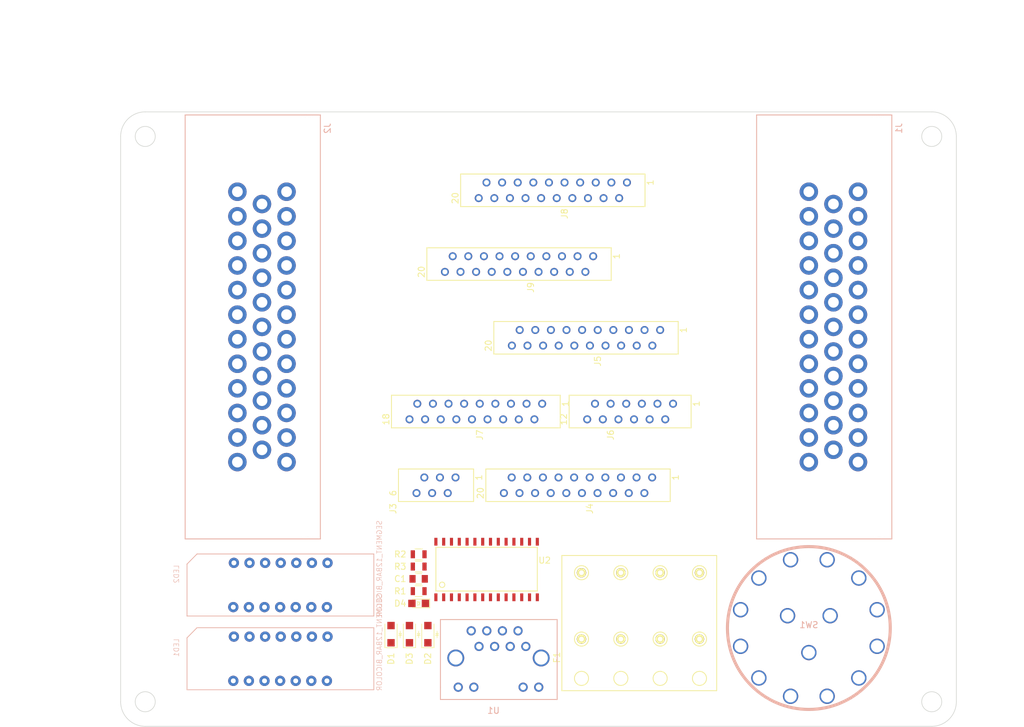
<source format=kicad_pcb>
(kicad_pcb (version 4) (host pcbnew 4.0.7)

  (general
    (links 173)
    (no_connects 173)
    (area 6.435716 37.3 165.000001 150.000001)
    (thickness 1.6)
    (drawings 34)
    (tracks 0)
    (zones 0)
    (modules 23)
    (nets 123)
  )

  (page A4)
  (layers
    (0 F.Cu signal)
    (31 B.Cu signal)
    (32 B.Adhes user)
    (33 F.Adhes user)
    (34 B.Paste user)
    (35 F.Paste user)
    (36 B.SilkS user)
    (37 F.SilkS user)
    (38 B.Mask user)
    (39 F.Mask user)
    (40 Dwgs.User user)
    (41 Cmts.User user)
    (42 Eco1.User user)
    (43 Eco2.User user)
    (44 Edge.Cuts user)
    (45 Margin user)
    (46 B.CrtYd user)
    (47 F.CrtYd user)
    (48 B.Fab user)
    (49 F.Fab user)
  )

  (setup
    (last_trace_width 0.254)
    (user_trace_width 0.254)
    (user_trace_width 0.508)
    (user_trace_width 0.762)
    (trace_clearance 0.1524)
    (zone_clearance 0.508)
    (zone_45_only no)
    (trace_min 0.254)
    (segment_width 0.2)
    (edge_width 0.15)
    (via_size 0.6096)
    (via_drill 0.3048)
    (via_min_size 0.6096)
    (via_min_drill 0.3048)
    (uvia_size 0.3)
    (uvia_drill 0.1)
    (uvias_allowed no)
    (uvia_min_size 0)
    (uvia_min_drill 0)
    (pcb_text_width 0.3)
    (pcb_text_size 1.5 1.5)
    (mod_edge_width 0.15)
    (mod_text_size 1 1)
    (mod_text_width 0.15)
    (pad_size 1.524 1.524)
    (pad_drill 0.762)
    (pad_to_mask_clearance 0.2)
    (aux_axis_origin 0 0)
    (visible_elements 7FFFF77F)
    (pcbplotparams
      (layerselection 0x00030_80000001)
      (usegerberextensions false)
      (excludeedgelayer true)
      (linewidth 0.100000)
      (plotframeref false)
      (viasonmask false)
      (mode 1)
      (useauxorigin false)
      (hpglpennumber 1)
      (hpglpenspeed 20)
      (hpglpendiameter 15)
      (hpglpenoverlay 2)
      (psnegative false)
      (psa4output false)
      (plotreference true)
      (plotvalue true)
      (plotinvisibletext false)
      (padsonsilk false)
      (subtractmaskfromsilk false)
      (outputformat 1)
      (mirror false)
      (drillshape 1)
      (scaleselection 1)
      (outputdirectory ""))
  )

  (net 0 "")
  (net 1 /5V)
  (net 2 GND)
  (net 3 "Net-(D1-Pad2)")
  (net 4 "Net-(D2-Pad2)")
  (net 5 "Net-(D3-Pad2)")
  (net 6 "Net-(D4-Pad2)")
  (net 7 /GLVMS)
  (net 8 /12V)
  (net 9 /COOLING_PUMP_12V_FUSED)
  (net 10 /MAIN_SHUTDOWN_FUSE)
  (net 11 "Net-(F1-Pad7)")
  (net 12 "Net-(F1-Pad8)")
  (net 13 /TSMS)
  (net 14 /CAN_LOW)
  (net 15 /BAT+)
  (net 16 /BREAKER)
  (net 17 /CAN_HIGH)
  (net 18 /HVD)
  (net 19 /RIGHT_E-STOP)
  (net 20 /BRAKE_LIGHT_LSD)
  (net 21 /LEFT_E-STOP)
  (net 22 /BRAKE_SWITCH+)
  (net 23 /BRAKE_SWITCH-)
  (net 24 /SENSOR_LEFT2-)
  (net 25 /BSPD_TEST_SWITCH-)
  (net 26 /BSPD_CURRENT_SENSE)
  (net 27 /GAUGE5+)
  (net 28 /GAUGE3_MID)
  (net 29 /GAUGE2-)
  (net 30 /GAUGE2+)
  (net 31 /GAUGE5-)
  (net 32 /GAUGE5_MID)
  (net 33 /GAUGE3+)
  (net 34 /GAUGE3-)
  (net 35 /GAUGE2_MID)
  (net 36 /GAUGE1_MID)
  (net 37 /GAUGE1-)
  (net 38 /GAUGE4+)
  (net 39 /GAUGE4-)
  (net 40 /GAUGE4_MID)
  (net 41 /GAUGE6+)
  (net 42 /GAUGE6_MID)
  (net 43 /BSPD_TEST_SWITCH+)
  (net 44 /BSPD_SHUTDOWN_OUT)
  (net 45 /GAUGE6-)
  (net 46 /GAUGE1+)
  (net 47 /SENSOR_RIGHT2-)
  (net 48 /SENSOR_LEFT1-)
  (net 49 /SENSOR_RIGHT1-)
  (net 50 /SENSOR_LEFT1+)
  (net 51 /SENSOR_RIGHT1+)
  (net 52 /SENSOR_RIGHT2+)
  (net 53 /ANALOG_BRAKE_SENSE_OUTPUT)
  (net 54 /SENSOR_LEFT2+)
  (net 55 "Net-(J2-Pad11)")
  (net 56 "Net-(J2-Pad12)")
  (net 57 /MISO)
  (net 58 /BRAKE_RESET)
  (net 59 /MOSI)
  (net 60 /SCK)
  (net 61 /BSPD_BRAKE_SENSE)
  (net 62 /BRAKE_LED1)
  (net 63 /BRAKE_LED2)
  (net 64 /BSPD_STATUS)
  (net 65 /SDA)
  (net 66 /SCL)
  (net 67 "Net-(J4-Pad20)")
  (net 68 /WHEEL_SPEED_RESET)
  (net 69 /WHEEL_SPEED_LED1)
  (net 70 /WHEEL_SPEED_LED2)
  (net 71 "Net-(J5-Pad20)")
  (net 72 /STRAIN_RESET)
  (net 73 /STRAIN_LED1)
  (net 74 /STRAIN_LED2)
  (net 75 "Net-(J6-Pad12)")
  (net 76 /5V_DATA)
  (net 77 "Net-(J9-Pad5)")
  (net 78 "Net-(J9-Pad7)")
  (net 79 "Net-(J9-Pad6)")
  (net 80 "Net-(J9-Pad8)")
  (net 81 "Net-(J9-Pad9)")
  (net 82 "Net-(J9-Pad10)")
  (net 83 "Net-(J9-Pad11)")
  (net 84 "Net-(J9-Pad12)")
  (net 85 "Net-(J9-Pad13)")
  (net 86 "Net-(J9-Pad14)")
  (net 87 "Net-(J9-Pad15)")
  (net 88 "Net-(J9-Pad16)")
  (net 89 "Net-(J9-Pad17)")
  (net 90 "Net-(J9-Pad18)")
  (net 91 "Net-(J9-Pad19)")
  (net 92 "Net-(J9-Pad20)")
  (net 93 /COM0)
  (net 94 /ROW4)
  (net 95 /ROW5)
  (net 96 /ROW6)
  (net 97 /ROW7)
  (net 98 /COM1)
  (net 99 /COM2)
  (net 100 /ROW15)
  (net 101 /ROW14)
  (net 102 /ROW13)
  (net 103 /ROW12)
  (net 104 /ROW0)
  (net 105 /ROW1)
  (net 106 /ROW2)
  (net 107 /ROW3)
  (net 108 /ROW11)
  (net 109 /ROW10)
  (net 110 /ROW9)
  (net 111 /ROW8)
  (net 112 /RESET)
  (net 113 /LED2)
  (net 114 /LED1)
  (net 115 "Net-(SW1-Pad8)")
  (net 116 "Net-(SW1-Pad12)")
  (net 117 "Net-(SW1-Pad4)")
  (net 118 "Net-(U2-Pad5)")
  (net 119 "Net-(U2-Pad6)")
  (net 120 "Net-(U2-Pad7)")
  (net 121 "Net-(U2-Pad8)")
  (net 122 "Net-(U2-Pad9)")

  (net_class Default "This is the default net class."
    (clearance 0.1524)
    (trace_width 0.254)
    (via_dia 0.6096)
    (via_drill 0.3048)
    (uvia_dia 0.3)
    (uvia_drill 0.1)
    (add_net /12V)
    (add_net /5V)
    (add_net /5V_DATA)
    (add_net /ANALOG_BRAKE_SENSE_OUTPUT)
    (add_net /BAT+)
    (add_net /BRAKE_LED1)
    (add_net /BRAKE_LED2)
    (add_net /BRAKE_LIGHT_LSD)
    (add_net /BRAKE_RESET)
    (add_net /BRAKE_SWITCH+)
    (add_net /BRAKE_SWITCH-)
    (add_net /BREAKER)
    (add_net /BSPD_BRAKE_SENSE)
    (add_net /BSPD_CURRENT_SENSE)
    (add_net /BSPD_SHUTDOWN_OUT)
    (add_net /BSPD_STATUS)
    (add_net /BSPD_TEST_SWITCH+)
    (add_net /BSPD_TEST_SWITCH-)
    (add_net /CAN_HIGH)
    (add_net /CAN_LOW)
    (add_net /COM0)
    (add_net /COM1)
    (add_net /COM2)
    (add_net /COOLING_PUMP_12V_FUSED)
    (add_net /GAUGE1+)
    (add_net /GAUGE1-)
    (add_net /GAUGE1_MID)
    (add_net /GAUGE2+)
    (add_net /GAUGE2-)
    (add_net /GAUGE2_MID)
    (add_net /GAUGE3+)
    (add_net /GAUGE3-)
    (add_net /GAUGE3_MID)
    (add_net /GAUGE4+)
    (add_net /GAUGE4-)
    (add_net /GAUGE4_MID)
    (add_net /GAUGE5+)
    (add_net /GAUGE5-)
    (add_net /GAUGE5_MID)
    (add_net /GAUGE6+)
    (add_net /GAUGE6-)
    (add_net /GAUGE6_MID)
    (add_net /GLVMS)
    (add_net /HVD)
    (add_net /LED1)
    (add_net /LED2)
    (add_net /LEFT_E-STOP)
    (add_net /MAIN_SHUTDOWN_FUSE)
    (add_net /MISO)
    (add_net /MOSI)
    (add_net /RESET)
    (add_net /RIGHT_E-STOP)
    (add_net /ROW0)
    (add_net /ROW1)
    (add_net /ROW10)
    (add_net /ROW11)
    (add_net /ROW12)
    (add_net /ROW13)
    (add_net /ROW14)
    (add_net /ROW15)
    (add_net /ROW2)
    (add_net /ROW3)
    (add_net /ROW4)
    (add_net /ROW5)
    (add_net /ROW6)
    (add_net /ROW7)
    (add_net /ROW8)
    (add_net /ROW9)
    (add_net /SCK)
    (add_net /SCL)
    (add_net /SDA)
    (add_net /SENSOR_LEFT1+)
    (add_net /SENSOR_LEFT1-)
    (add_net /SENSOR_LEFT2+)
    (add_net /SENSOR_LEFT2-)
    (add_net /SENSOR_RIGHT1+)
    (add_net /SENSOR_RIGHT1-)
    (add_net /SENSOR_RIGHT2+)
    (add_net /SENSOR_RIGHT2-)
    (add_net /STRAIN_LED1)
    (add_net /STRAIN_LED2)
    (add_net /STRAIN_RESET)
    (add_net /TSMS)
    (add_net /WHEEL_SPEED_LED1)
    (add_net /WHEEL_SPEED_LED2)
    (add_net /WHEEL_SPEED_RESET)
    (add_net GND)
    (add_net "Net-(D1-Pad2)")
    (add_net "Net-(D2-Pad2)")
    (add_net "Net-(D3-Pad2)")
    (add_net "Net-(D4-Pad2)")
    (add_net "Net-(F1-Pad7)")
    (add_net "Net-(F1-Pad8)")
    (add_net "Net-(J2-Pad11)")
    (add_net "Net-(J2-Pad12)")
    (add_net "Net-(J4-Pad20)")
    (add_net "Net-(J5-Pad20)")
    (add_net "Net-(J6-Pad12)")
    (add_net "Net-(J9-Pad10)")
    (add_net "Net-(J9-Pad11)")
    (add_net "Net-(J9-Pad12)")
    (add_net "Net-(J9-Pad13)")
    (add_net "Net-(J9-Pad14)")
    (add_net "Net-(J9-Pad15)")
    (add_net "Net-(J9-Pad16)")
    (add_net "Net-(J9-Pad17)")
    (add_net "Net-(J9-Pad18)")
    (add_net "Net-(J9-Pad19)")
    (add_net "Net-(J9-Pad20)")
    (add_net "Net-(J9-Pad5)")
    (add_net "Net-(J9-Pad6)")
    (add_net "Net-(J9-Pad7)")
    (add_net "Net-(J9-Pad8)")
    (add_net "Net-(J9-Pad9)")
    (add_net "Net-(SW1-Pad12)")
    (add_net "Net-(SW1-Pad4)")
    (add_net "Net-(SW1-Pad8)")
    (add_net "Net-(U2-Pad5)")
    (add_net "Net-(U2-Pad6)")
    (add_net "Net-(U2-Pad7)")
    (add_net "Net-(U2-Pad8)")
    (add_net "Net-(U2-Pad9)")
  )

  (module footprints:C_0805_OEM (layer F.Cu) (tedit 59F250E7) (tstamp 5A8D0485)
    (at 75.5 126)
    (descr "Capacitor SMD 0805, reflow soldering, AVX (see smccp.pdf)")
    (tags "capacitor 0805")
    (path /5A8B84FC)
    (attr smd)
    (fp_text reference C1 (at -3 0) (layer F.SilkS)
      (effects (font (size 1 1) (thickness 0.15)))
    )
    (fp_text value C_10uF (at 0 1.75) (layer F.Fab) hide
      (effects (font (size 1 1) (thickness 0.15)))
    )
    (fp_line (start -1 0.62) (end -1 -0.62) (layer F.Fab) (width 0.1))
    (fp_line (start 1 0.62) (end -1 0.62) (layer F.Fab) (width 0.1))
    (fp_line (start 1 -0.62) (end 1 0.62) (layer F.Fab) (width 0.1))
    (fp_line (start -1 -0.62) (end 1 -0.62) (layer F.Fab) (width 0.1))
    (fp_line (start 0.5 -0.85) (end -0.5 -0.85) (layer F.SilkS) (width 0.12))
    (fp_line (start -0.5 0.85) (end 0.5 0.85) (layer F.SilkS) (width 0.12))
    (fp_line (start -1.75 -0.88) (end 1.75 -0.88) (layer F.CrtYd) (width 0.05))
    (fp_line (start -1.75 -0.88) (end -1.75 0.87) (layer F.CrtYd) (width 0.05))
    (fp_line (start 1.75 0.87) (end 1.75 -0.88) (layer F.CrtYd) (width 0.05))
    (fp_line (start 1.75 0.87) (end -1.75 0.87) (layer F.CrtYd) (width 0.05))
    (pad 1 smd rect (at -1 0) (size 1 1.25) (layers F.Cu F.Paste F.Mask)
      (net 1 /5V))
    (pad 2 smd rect (at 1 0) (size 1 1.25) (layers F.Cu F.Paste F.Mask)
      (net 2 GND))
    (model /home/josh/Formula/OEM_Preferred_Parts/3DModels/C_0805_OEM/C_0805.wrl
      (at (xyz 0 0 0))
      (scale (xyz 1 1 1))
      (rotate (xyz 0 0 0))
    )
  )

  (module footprints:D_SOD-123W_OEM (layer F.Cu) (tedit 59F7E4A2) (tstamp 5A8D04A5)
    (at 71 135 90)
    (descr D_SOD-123F)
    (tags D_SOD-123F)
    (path /5A7524F1)
    (attr smd)
    (fp_text reference D1 (at -4 0 90) (layer F.SilkS)
      (effects (font (size 1 1) (thickness 0.15)))
    )
    (fp_text value D_Schottky_SOD123 (at -0.25 2.1 90) (layer F.Fab) hide
      (effects (font (size 1 1) (thickness 0.25)))
    )
    (fp_line (start 0.1 1.5) (end 0.5 1.5) (layer F.SilkS) (width 0.1))
    (fp_line (start -0.2 1.5) (end 0.1 1.3) (layer F.SilkS) (width 0.1))
    (fp_line (start 0.1 1.3) (end 0.1 1.7) (layer F.SilkS) (width 0.1))
    (fp_line (start 0.1 1.7) (end -0.2 1.5) (layer F.SilkS) (width 0.1))
    (fp_line (start -0.6 1.5) (end -0.2 1.5) (layer F.SilkS) (width 0.1))
    (fp_line (start -0.2 1.5) (end -0.2 1.25) (layer F.SilkS) (width 0.1))
    (fp_line (start -0.2 1.25) (end -0.2 1.75) (layer F.SilkS) (width 0.1))
    (fp_text user %R (at -0.127 -1.905 90) (layer F.Fab) hide
      (effects (font (size 1 1) (thickness 0.15)))
    )
    (fp_line (start -2.2 -1) (end -2.2 1) (layer F.SilkS) (width 0.12))
    (fp_line (start 0.25 0) (end 0.75 0) (layer F.Fab) (width 0.1))
    (fp_line (start 0.25 0.4) (end -0.35 0) (layer F.Fab) (width 0.1))
    (fp_line (start 0.25 -0.4) (end 0.25 0.4) (layer F.Fab) (width 0.1))
    (fp_line (start -0.35 0) (end 0.25 -0.4) (layer F.Fab) (width 0.1))
    (fp_line (start -0.35 0) (end -0.35 0.55) (layer F.Fab) (width 0.1))
    (fp_line (start -0.35 0) (end -0.35 -0.55) (layer F.Fab) (width 0.1))
    (fp_line (start -0.75 0) (end -0.35 0) (layer F.Fab) (width 0.1))
    (fp_line (start -1.4 0.9) (end -1.4 -0.9) (layer F.Fab) (width 0.1))
    (fp_line (start 1.4 0.9) (end -1.4 0.9) (layer F.Fab) (width 0.1))
    (fp_line (start 1.4 -0.9) (end 1.4 0.9) (layer F.Fab) (width 0.1))
    (fp_line (start -1.4 -0.9) (end 1.4 -0.9) (layer F.Fab) (width 0.1))
    (fp_line (start -2.3 -1.15) (end 2.2 -1.15) (layer F.CrtYd) (width 0.05))
    (fp_line (start 2.2 -1.15) (end 2.2 1.15) (layer F.CrtYd) (width 0.05))
    (fp_line (start 2.2 1.15) (end -2.3 1.15) (layer F.CrtYd) (width 0.05))
    (fp_line (start -2.3 -1.15) (end -2.3 1.15) (layer F.CrtYd) (width 0.05))
    (fp_line (start -2.2 1) (end 1.65 1) (layer F.SilkS) (width 0.12))
    (fp_line (start -2.2 -1) (end 1.65 -1) (layer F.SilkS) (width 0.12))
    (pad 1 smd rect (at -1.4 0 90) (size 1.2 1.2) (layers F.Cu F.Paste F.Mask)
      (net 1 /5V))
    (pad 2 smd rect (at 1.4 0 90) (size 1.2 1.2) (layers F.Cu F.Paste F.Mask)
      (net 3 "Net-(D1-Pad2)"))
    (model /home/josh/Formula/OEM_Preferred_Parts/3DModels/SOD-123_OEM/SOD-123.wrl
      (at (xyz 0 0 0))
      (scale (xyz 1 1 1))
      (rotate (xyz 0 0 0))
    )
  )

  (module footprints:D_SOD-123W_OEM (layer F.Cu) (tedit 59F7E4A2) (tstamp 5A8D04C5)
    (at 77 135 90)
    (descr D_SOD-123F)
    (tags D_SOD-123F)
    (path /5A751EE2)
    (attr smd)
    (fp_text reference D2 (at -4 0 90) (layer F.SilkS)
      (effects (font (size 1 1) (thickness 0.15)))
    )
    (fp_text value D_Schottky_SOD123 (at -0.25 2.1 90) (layer F.Fab) hide
      (effects (font (size 1 1) (thickness 0.25)))
    )
    (fp_line (start 0.1 1.5) (end 0.5 1.5) (layer F.SilkS) (width 0.1))
    (fp_line (start -0.2 1.5) (end 0.1 1.3) (layer F.SilkS) (width 0.1))
    (fp_line (start 0.1 1.3) (end 0.1 1.7) (layer F.SilkS) (width 0.1))
    (fp_line (start 0.1 1.7) (end -0.2 1.5) (layer F.SilkS) (width 0.1))
    (fp_line (start -0.6 1.5) (end -0.2 1.5) (layer F.SilkS) (width 0.1))
    (fp_line (start -0.2 1.5) (end -0.2 1.25) (layer F.SilkS) (width 0.1))
    (fp_line (start -0.2 1.25) (end -0.2 1.75) (layer F.SilkS) (width 0.1))
    (fp_text user %R (at -0.127 -1.905 90) (layer F.Fab) hide
      (effects (font (size 1 1) (thickness 0.15)))
    )
    (fp_line (start -2.2 -1) (end -2.2 1) (layer F.SilkS) (width 0.12))
    (fp_line (start 0.25 0) (end 0.75 0) (layer F.Fab) (width 0.1))
    (fp_line (start 0.25 0.4) (end -0.35 0) (layer F.Fab) (width 0.1))
    (fp_line (start 0.25 -0.4) (end 0.25 0.4) (layer F.Fab) (width 0.1))
    (fp_line (start -0.35 0) (end 0.25 -0.4) (layer F.Fab) (width 0.1))
    (fp_line (start -0.35 0) (end -0.35 0.55) (layer F.Fab) (width 0.1))
    (fp_line (start -0.35 0) (end -0.35 -0.55) (layer F.Fab) (width 0.1))
    (fp_line (start -0.75 0) (end -0.35 0) (layer F.Fab) (width 0.1))
    (fp_line (start -1.4 0.9) (end -1.4 -0.9) (layer F.Fab) (width 0.1))
    (fp_line (start 1.4 0.9) (end -1.4 0.9) (layer F.Fab) (width 0.1))
    (fp_line (start 1.4 -0.9) (end 1.4 0.9) (layer F.Fab) (width 0.1))
    (fp_line (start -1.4 -0.9) (end 1.4 -0.9) (layer F.Fab) (width 0.1))
    (fp_line (start -2.3 -1.15) (end 2.2 -1.15) (layer F.CrtYd) (width 0.05))
    (fp_line (start 2.2 -1.15) (end 2.2 1.15) (layer F.CrtYd) (width 0.05))
    (fp_line (start 2.2 1.15) (end -2.3 1.15) (layer F.CrtYd) (width 0.05))
    (fp_line (start -2.3 -1.15) (end -2.3 1.15) (layer F.CrtYd) (width 0.05))
    (fp_line (start -2.2 1) (end 1.65 1) (layer F.SilkS) (width 0.12))
    (fp_line (start -2.2 -1) (end 1.65 -1) (layer F.SilkS) (width 0.12))
    (pad 1 smd rect (at -1.4 0 90) (size 1.2 1.2) (layers F.Cu F.Paste F.Mask)
      (net 1 /5V))
    (pad 2 smd rect (at 1.4 0 90) (size 1.2 1.2) (layers F.Cu F.Paste F.Mask)
      (net 4 "Net-(D2-Pad2)"))
    (model /home/josh/Formula/OEM_Preferred_Parts/3DModels/SOD-123_OEM/SOD-123.wrl
      (at (xyz 0 0 0))
      (scale (xyz 1 1 1))
      (rotate (xyz 0 0 0))
    )
  )

  (module footprints:D_SOD-123W_OEM (layer F.Cu) (tedit 59F7E4A2) (tstamp 5A8D04E5)
    (at 74 135 90)
    (descr D_SOD-123F)
    (tags D_SOD-123F)
    (path /5A750FE8)
    (attr smd)
    (fp_text reference D3 (at -4 0 90) (layer F.SilkS)
      (effects (font (size 1 1) (thickness 0.15)))
    )
    (fp_text value D_Schottky_SOD123 (at -0.25 2.1 90) (layer F.Fab) hide
      (effects (font (size 1 1) (thickness 0.25)))
    )
    (fp_line (start 0.1 1.5) (end 0.5 1.5) (layer F.SilkS) (width 0.1))
    (fp_line (start -0.2 1.5) (end 0.1 1.3) (layer F.SilkS) (width 0.1))
    (fp_line (start 0.1 1.3) (end 0.1 1.7) (layer F.SilkS) (width 0.1))
    (fp_line (start 0.1 1.7) (end -0.2 1.5) (layer F.SilkS) (width 0.1))
    (fp_line (start -0.6 1.5) (end -0.2 1.5) (layer F.SilkS) (width 0.1))
    (fp_line (start -0.2 1.5) (end -0.2 1.25) (layer F.SilkS) (width 0.1))
    (fp_line (start -0.2 1.25) (end -0.2 1.75) (layer F.SilkS) (width 0.1))
    (fp_text user %R (at -0.127 -1.905 90) (layer F.Fab) hide
      (effects (font (size 1 1) (thickness 0.15)))
    )
    (fp_line (start -2.2 -1) (end -2.2 1) (layer F.SilkS) (width 0.12))
    (fp_line (start 0.25 0) (end 0.75 0) (layer F.Fab) (width 0.1))
    (fp_line (start 0.25 0.4) (end -0.35 0) (layer F.Fab) (width 0.1))
    (fp_line (start 0.25 -0.4) (end 0.25 0.4) (layer F.Fab) (width 0.1))
    (fp_line (start -0.35 0) (end 0.25 -0.4) (layer F.Fab) (width 0.1))
    (fp_line (start -0.35 0) (end -0.35 0.55) (layer F.Fab) (width 0.1))
    (fp_line (start -0.35 0) (end -0.35 -0.55) (layer F.Fab) (width 0.1))
    (fp_line (start -0.75 0) (end -0.35 0) (layer F.Fab) (width 0.1))
    (fp_line (start -1.4 0.9) (end -1.4 -0.9) (layer F.Fab) (width 0.1))
    (fp_line (start 1.4 0.9) (end -1.4 0.9) (layer F.Fab) (width 0.1))
    (fp_line (start 1.4 -0.9) (end 1.4 0.9) (layer F.Fab) (width 0.1))
    (fp_line (start -1.4 -0.9) (end 1.4 -0.9) (layer F.Fab) (width 0.1))
    (fp_line (start -2.3 -1.15) (end 2.2 -1.15) (layer F.CrtYd) (width 0.05))
    (fp_line (start 2.2 -1.15) (end 2.2 1.15) (layer F.CrtYd) (width 0.05))
    (fp_line (start 2.2 1.15) (end -2.3 1.15) (layer F.CrtYd) (width 0.05))
    (fp_line (start -2.3 -1.15) (end -2.3 1.15) (layer F.CrtYd) (width 0.05))
    (fp_line (start -2.2 1) (end 1.65 1) (layer F.SilkS) (width 0.12))
    (fp_line (start -2.2 -1) (end 1.65 -1) (layer F.SilkS) (width 0.12))
    (pad 1 smd rect (at -1.4 0 90) (size 1.2 1.2) (layers F.Cu F.Paste F.Mask)
      (net 1 /5V))
    (pad 2 smd rect (at 1.4 0 90) (size 1.2 1.2) (layers F.Cu F.Paste F.Mask)
      (net 5 "Net-(D3-Pad2)"))
    (model /home/josh/Formula/OEM_Preferred_Parts/3DModels/SOD-123_OEM/SOD-123.wrl
      (at (xyz 0 0 0))
      (scale (xyz 1 1 1))
      (rotate (xyz 0 0 0))
    )
  )

  (module footprints:LED_0805_OEM (layer F.Cu) (tedit 5A5B129D) (tstamp 5A8D04FE)
    (at 75.5 130 180)
    (descr "LED 0805 smd package")
    (tags "LED led 0805 SMD smd SMT smt smdled SMDLED smtled SMTLED")
    (path /5A8B850B)
    (attr smd)
    (fp_text reference D4 (at 3 0 180) (layer F.SilkS)
      (effects (font (size 1 1) (thickness 0.15)))
    )
    (fp_text value LED_0805 (at 0.508 2.032 180) (layer F.Fab) hide
      (effects (font (size 1 1) (thickness 0.15)))
    )
    (fp_line (start -0.2 0.35) (end -0.2 0) (layer F.SilkS) (width 0.1))
    (fp_line (start -0.2 0) (end -0.2 -0.35) (layer F.SilkS) (width 0.1))
    (fp_line (start 0.15 0.35) (end -0.2 0) (layer F.SilkS) (width 0.1))
    (fp_line (start 0.15 0.3) (end 0.15 0.35) (layer F.SilkS) (width 0.1))
    (fp_line (start 0.15 0.35) (end 0.15 0.3) (layer F.SilkS) (width 0.1))
    (fp_line (start 0.15 -0.35) (end 0.15 0.3) (layer F.SilkS) (width 0.1))
    (fp_line (start 0.1 -0.3) (end 0.15 -0.35) (layer F.SilkS) (width 0.1))
    (fp_line (start -0.2 0) (end 0.1 -0.3) (layer F.SilkS) (width 0.1))
    (fp_line (start -1.8 -0.7) (end -1.8 0.7) (layer F.SilkS) (width 0.12))
    (fp_line (start 1 0.6) (end -1 0.6) (layer F.Fab) (width 0.1))
    (fp_line (start 1 -0.6) (end 1 0.6) (layer F.Fab) (width 0.1))
    (fp_line (start -1 -0.6) (end 1 -0.6) (layer F.Fab) (width 0.1))
    (fp_line (start -1 0.6) (end -1 -0.6) (layer F.Fab) (width 0.1))
    (fp_line (start -1.8 0.7) (end 1 0.7) (layer F.SilkS) (width 0.12))
    (fp_line (start -1.8 -0.7) (end 1 -0.7) (layer F.SilkS) (width 0.12))
    (fp_line (start 1.95 -0.85) (end 1.95 0.85) (layer F.CrtYd) (width 0.05))
    (fp_line (start 1.95 0.85) (end -1.95 0.85) (layer F.CrtYd) (width 0.05))
    (fp_line (start -1.95 0.85) (end -1.95 -0.85) (layer F.CrtYd) (width 0.05))
    (fp_line (start -1.95 -0.85) (end 1.95 -0.85) (layer F.CrtYd) (width 0.05))
    (pad 2 smd rect (at 1.1 0) (size 1.2 1.2) (layers F.Cu F.Paste F.Mask)
      (net 6 "Net-(D4-Pad2)"))
    (pad 1 smd rect (at -1.1 0) (size 1.2 1.2) (layers F.Cu F.Paste F.Mask)
      (net 2 GND))
    (model "/home/josh/Formula/OEM_Preferred_Parts/3DModels/LED_0805/LED 0805 Base GREEN001_sp.wrl"
      (at (xyz 0 0 0))
      (scale (xyz 1 1 1))
      (rotate (xyz 0 0 180))
    )
  )

  (module footprints:fuse_block (layer F.Cu) (tedit 5A8B561D) (tstamp 5A8D051A)
    (at 102 142.2 90)
    (path /5A8B5DEC)
    (fp_text reference F1 (at 3.4 -4 90) (layer F.SilkS)
      (effects (font (size 1 1) (thickness 0.15)))
    )
    (fp_text value fuse_holder_125V_15A (at 4.4 -5.8 90) (layer F.Fab)
      (effects (font (size 1 1) (thickness 0.15)))
    )
    (fp_line (start -2 22) (end -2 -3.2) (layer F.SilkS) (width 0.15))
    (fp_line (start 20 22) (end -2 22) (layer F.SilkS) (width 0.15))
    (fp_line (start 20 -3.2) (end 20 22) (layer F.SilkS) (width 0.15))
    (fp_line (start -2 -3.2) (end 20 -3.2) (layer F.SilkS) (width 0.15))
    (fp_circle (center 17.2 19.2) (end 16.05 19.2) (layer F.SilkS) (width 0.15))
    (fp_circle (center 17.2 12.8) (end 16.05 12.8) (layer F.SilkS) (width 0.15))
    (fp_circle (center 17.2 6.4) (end 16.05 6.4) (layer F.SilkS) (width 0.15))
    (fp_circle (center 6.4 19.2) (end 5.25 19.2) (layer F.SilkS) (width 0.15))
    (fp_circle (center 6.4 12.8) (end 5.25 12.8) (layer F.SilkS) (width 0.15))
    (fp_circle (center 6.4 6.4) (end 6.4 5.25) (layer F.SilkS) (width 0.15))
    (fp_circle (center 0 19.2) (end 0 18.05) (layer F.SilkS) (width 0.15))
    (fp_circle (center 0 12.8) (end 0 11.65) (layer F.SilkS) (width 0.15))
    (fp_circle (center 0 6.4) (end 0 5.25) (layer F.SilkS) (width 0.15))
    (fp_circle (center 17.2 0) (end 16.05 0) (layer F.SilkS) (width 0.15))
    (fp_circle (center 6.4 0) (end 5.25 0) (layer F.SilkS) (width 0.15))
    (fp_circle (center 0 0) (end 0 1.15) (layer F.SilkS) (width 0.15))
    (pad 1 thru_hole circle (at 6.4 0 90) (size 1.524 1.524) (drill 0.762) (layers *.Cu *.Mask F.SilkS)
      (net 7 /GLVMS))
    (pad 2 thru_hole circle (at 17.2 0 90) (size 1.524 1.524) (drill 0.762) (layers *.Cu *.Mask F.SilkS)
      (net 8 /12V))
    (pad 3 thru_hole circle (at 6.4 6.4 90) (size 1.524 1.524) (drill 0.762) (layers *.Cu *.Mask F.SilkS)
      (net 7 /GLVMS))
    (pad 4 thru_hole circle (at 17.2 6.4 90) (size 1.524 1.524) (drill 0.762) (layers *.Cu *.Mask F.SilkS)
      (net 9 /COOLING_PUMP_12V_FUSED))
    (pad 5 thru_hole circle (at 6.4 12.8 90) (size 1.524 1.524) (drill 0.762) (layers *.Cu *.Mask F.SilkS)
      (net 7 /GLVMS))
    (pad 6 thru_hole circle (at 17.2 12.8 90) (size 1.524 1.524) (drill 0.762) (layers *.Cu *.Mask F.SilkS)
      (net 10 /MAIN_SHUTDOWN_FUSE))
    (pad 7 thru_hole circle (at 6.4 19.2 90) (size 1.524 1.524) (drill 0.762) (layers *.Cu *.Mask F.SilkS)
      (net 11 "Net-(F1-Pad7)"))
    (pad 8 thru_hole circle (at 17.2 19.2 90) (size 1.524 1.524) (drill 0.762) (layers *.Cu *.Mask F.SilkS)
      (net 12 "Net-(F1-Pad8)"))
  )

  (module footprints:Ampseal_35 (layer B.Cu) (tedit 5A824A5B) (tstamp 5A8D054B)
    (at 143.5 56.5 270)
    (path /5A7531B2)
    (fp_text reference J1 (at -3.81 -10.16 270) (layer B.SilkS)
      (effects (font (size 1 1) (thickness 0.15)) (justify mirror))
    )
    (fp_text value Ampseal_35 (at -1.524 13.97 270) (layer B.Fab)
      (effects (font (size 1 1) (thickness 0.15)) (justify mirror))
    )
    (fp_line (start -6 13) (end 63 13) (layer B.SilkS) (width 0.15))
    (fp_line (start 63 13) (end 63 -9) (layer B.SilkS) (width 0.15))
    (fp_line (start 63 -9) (end -6 -9) (layer B.SilkS) (width 0.15))
    (fp_line (start -6 -9) (end -6 13) (layer B.SilkS) (width 0.15))
    (pad "" np_thru_hole circle (at 57 0 270) (size 2.85 2.85) (drill 2.85) (layers *.Cu *.Mask))
    (pad "" np_thru_hole circle (at 61.7 -6.8 270) (size 2 2) (drill 2) (layers *.Cu *.Mask))
    (pad "" np_thru_hole circle (at -4.7 -6.8 270) (size 2 2) (drill 2) (layers *.Cu *.Mask))
    (pad "" np_thru_hole circle (at 60.2 11.3 270) (size 2 2) (drill 2) (layers *.Cu *.Mask))
    (pad "" np_thru_hole circle (at -3.2 11.3 270) (size 2 2) (drill 2) (layers *.Cu *.Mask))
    (pad 31 thru_hole circle (at 34.5 -3.5 270) (size 3 3) (drill 1.75) (layers *.Cu *.Mask)
      (net 13 /TSMS))
    (pad 25 thru_hole circle (at 10.5 -3.5 270) (size 3 3) (drill 1.75) (layers *.Cu *.Mask)
      (net 14 /CAN_LOW))
    (pad 26 thru_hole circle (at 14.5 -3.5 270) (size 3 3) (drill 1.75) (layers *.Cu *.Mask)
      (net 15 /BAT+))
    (pad 27 thru_hole circle (at 18.5 -3.5 270) (size 3 3) (drill 1.75) (layers *.Cu *.Mask)
      (net 15 /BAT+))
    (pad 28 thru_hole circle (at 22.5 -3.5 270) (size 3 3) (drill 1.75) (layers *.Cu *.Mask)
      (net 16 /BREAKER))
    (pad 29 thru_hole circle (at 26.5 -3.5 270) (size 3 3) (drill 1.75) (layers *.Cu *.Mask)
      (net 16 /BREAKER))
    (pad 30 thru_hole circle (at 30.5 -3.5 270) (size 3 3) (drill 1.75) (layers *.Cu *.Mask)
      (net 2 GND))
    (pad 14 thru_hole circle (at 12.5 0.5 270) (size 3 3) (drill 1.75) (layers *.Cu *.Mask)
      (net 14 /CAN_LOW))
    (pad 15 thru_hole circle (at 16.5 0.5 270) (size 3 3) (drill 1.75) (layers *.Cu *.Mask)
      (net 8 /12V))
    (pad 17 thru_hole circle (at 24.5 0.5 270) (size 3 3) (drill 1.75) (layers *.Cu *.Mask)
      (net 17 /CAN_HIGH))
    (pad 16 thru_hole circle (at 20.5 0.5 270) (size 3 3) (drill 1.75) (layers *.Cu *.Mask)
      (net 2 GND))
    (pad 18 thru_hole circle (at 28.5 0.5 270) (size 3 3) (drill 1.75) (layers *.Cu *.Mask)
      (net 14 /CAN_LOW))
    (pad 19 thru_hole circle (at 32.5 0.5 270) (size 3 3) (drill 1.75) (layers *.Cu *.Mask)
      (net 9 /COOLING_PUMP_12V_FUSED))
    (pad 7 thru_hole circle (at 30.5 4.5 270) (size 3 3) (drill 1.75) (layers *.Cu *.Mask)
      (net 8 /12V))
    (pad 6 thru_hole circle (at 26.5 4.5 270) (size 3 3) (drill 1.75) (layers *.Cu *.Mask)
      (net 14 /CAN_LOW))
    (pad 4 thru_hole circle (at 18.5 4.5 270) (size 3 3) (drill 1.75) (layers *.Cu *.Mask)
      (net 2 GND))
    (pad 5 thru_hole circle (at 22.5 4.5 270) (size 3 3) (drill 1.75) (layers *.Cu *.Mask)
      (net 17 /CAN_HIGH))
    (pad 3 thru_hole circle (at 14.5 4.5 270) (size 3 3) (drill 1.75) (layers *.Cu *.Mask)
      (net 2 GND))
    (pad 2 thru_hole circle (at 10.5 4.5 270) (size 3 3) (drill 1.75) (layers *.Cu *.Mask)
      (net 2 GND))
    (pad 24 thru_hole circle (at 6.5 -3.5 270) (size 3 3) (drill 1.75) (layers *.Cu *.Mask)
      (net 17 /CAN_HIGH))
    (pad 13 thru_hole circle (at 8.5 0.5 270) (size 3 3) (drill 1.75) (layers *.Cu *.Mask)
      (net 17 /CAN_HIGH))
    (pad 1 thru_hole circle (at 6.5 4.5 270) (size 3 3) (drill 1.75) (layers *.Cu *.Mask)
      (net 2 GND))
    (pad "" np_thru_hole circle (at 0 0 270) (size 2.85 2.85) (drill 2.85) (layers *.Cu *.Mask))
    (pad 8 thru_hole circle (at 34.5 4.5 270) (size 3 3) (drill 1.75) (layers *.Cu *.Mask)
      (net 8 /12V))
    (pad 20 thru_hole circle (at 36.5 0.5 270) (size 3 3) (drill 1.75) (layers *.Cu *.Mask)
      (net 13 /TSMS))
    (pad 32 thru_hole circle (at 38.5 -3.5 270) (size 3 3) (drill 1.75) (layers *.Cu *.Mask)
      (net 18 /HVD))
    (pad 9 thru_hole circle (at 38.5 4.5 270) (size 3 3) (drill 1.75) (layers *.Cu *.Mask)
      (net 8 /12V))
    (pad 33 thru_hole circle (at 42.5 -3.5 270) (size 3 3) (drill 1.75) (layers *.Cu *.Mask)
      (net 19 /RIGHT_E-STOP))
    (pad 21 thru_hole circle (at 40.5 0.5 270) (size 3 3) (drill 1.75) (layers *.Cu *.Mask)
      (net 18 /HVD))
    (pad 10 thru_hole circle (at 42.5 4.5 270) (size 3 3) (drill 1.75) (layers *.Cu *.Mask)
      (net 20 /BRAKE_LIGHT_LSD))
    (pad 34 thru_hole circle (at 46.5 -3.5 270) (size 3 3) (drill 1.75) (layers *.Cu *.Mask)
      (net 21 /LEFT_E-STOP))
    (pad 22 thru_hole circle (at 44.5 0.5 270) (size 3 3) (drill 1.75) (layers *.Cu *.Mask)
      (net 21 /LEFT_E-STOP))
    (pad 11 thru_hole circle (at 46.5 4.5 270) (size 3 3) (drill 1.75) (layers *.Cu *.Mask)
      (net 22 /BRAKE_SWITCH+))
    (pad 35 thru_hole circle (at 50.5 -3.5 270) (size 3 3) (drill 1.75) (layers *.Cu *.Mask)
      (net 7 /GLVMS))
    (pad 23 thru_hole circle (at 48.5 0.5 270) (size 3 3) (drill 1.75) (layers *.Cu *.Mask)
      (net 10 /MAIN_SHUTDOWN_FUSE))
    (pad 12 thru_hole circle (at 50.5 4.5 270) (size 3 3) (drill 1.75) (layers *.Cu *.Mask)
      (net 23 /BRAKE_SWITCH-))
    (model C:/Users/ljordan/Desktop/Olin/Formula/2017-18/OEM_Preferred_Parts/3DModels/Ampseal-35/C-1-776231-4.wrl
      (at (xyz 0 0 0))
      (scale (xyz 1 1 1))
      (rotate (xyz 0 0 0))
    )
  )

  (module footprints:Ampseal_35 (layer B.Cu) (tedit 5A824A5B) (tstamp 5A8D057C)
    (at 50.5 56.5 270)
    (path /5A7532DE)
    (fp_text reference J2 (at -3.81 -10.16 270) (layer B.SilkS)
      (effects (font (size 1 1) (thickness 0.15)) (justify mirror))
    )
    (fp_text value Ampseal_35 (at -1.524 13.97 270) (layer B.Fab)
      (effects (font (size 1 1) (thickness 0.15)) (justify mirror))
    )
    (fp_line (start -6 13) (end 63 13) (layer B.SilkS) (width 0.15))
    (fp_line (start 63 13) (end 63 -9) (layer B.SilkS) (width 0.15))
    (fp_line (start 63 -9) (end -6 -9) (layer B.SilkS) (width 0.15))
    (fp_line (start -6 -9) (end -6 13) (layer B.SilkS) (width 0.15))
    (pad "" np_thru_hole circle (at 57 0 270) (size 2.85 2.85) (drill 2.85) (layers *.Cu *.Mask))
    (pad "" np_thru_hole circle (at 61.7 -6.8 270) (size 2 2) (drill 2) (layers *.Cu *.Mask))
    (pad "" np_thru_hole circle (at -4.7 -6.8 270) (size 2 2) (drill 2) (layers *.Cu *.Mask))
    (pad "" np_thru_hole circle (at 60.2 11.3 270) (size 2 2) (drill 2) (layers *.Cu *.Mask))
    (pad "" np_thru_hole circle (at -3.2 11.3 270) (size 2 2) (drill 2) (layers *.Cu *.Mask))
    (pad 31 thru_hole circle (at 34.5 -3.5 270) (size 3 3) (drill 1.75) (layers *.Cu *.Mask)
      (net 24 /SENSOR_LEFT2-))
    (pad 25 thru_hole circle (at 10.5 -3.5 270) (size 3 3) (drill 1.75) (layers *.Cu *.Mask)
      (net 25 /BSPD_TEST_SWITCH-))
    (pad 26 thru_hole circle (at 14.5 -3.5 270) (size 3 3) (drill 1.75) (layers *.Cu *.Mask)
      (net 26 /BSPD_CURRENT_SENSE))
    (pad 27 thru_hole circle (at 18.5 -3.5 270) (size 3 3) (drill 1.75) (layers *.Cu *.Mask)
      (net 27 /GAUGE5+))
    (pad 28 thru_hole circle (at 22.5 -3.5 270) (size 3 3) (drill 1.75) (layers *.Cu *.Mask)
      (net 28 /GAUGE3_MID))
    (pad 29 thru_hole circle (at 26.5 -3.5 270) (size 3 3) (drill 1.75) (layers *.Cu *.Mask)
      (net 29 /GAUGE2-))
    (pad 30 thru_hole circle (at 30.5 -3.5 270) (size 3 3) (drill 1.75) (layers *.Cu *.Mask)
      (net 30 /GAUGE2+))
    (pad 14 thru_hole circle (at 12.5 0.5 270) (size 3 3) (drill 1.75) (layers *.Cu *.Mask)
      (net 31 /GAUGE5-))
    (pad 15 thru_hole circle (at 16.5 0.5 270) (size 3 3) (drill 1.75) (layers *.Cu *.Mask)
      (net 32 /GAUGE5_MID))
    (pad 17 thru_hole circle (at 24.5 0.5 270) (size 3 3) (drill 1.75) (layers *.Cu *.Mask)
      (net 33 /GAUGE3+))
    (pad 16 thru_hole circle (at 20.5 0.5 270) (size 3 3) (drill 1.75) (layers *.Cu *.Mask)
      (net 34 /GAUGE3-))
    (pad 18 thru_hole circle (at 28.5 0.5 270) (size 3 3) (drill 1.75) (layers *.Cu *.Mask)
      (net 35 /GAUGE2_MID))
    (pad 19 thru_hole circle (at 32.5 0.5 270) (size 3 3) (drill 1.75) (layers *.Cu *.Mask)
      (net 36 /GAUGE1_MID))
    (pad 7 thru_hole circle (at 30.5 4.5 270) (size 3 3) (drill 1.75) (layers *.Cu *.Mask)
      (net 37 /GAUGE1-))
    (pad 6 thru_hole circle (at 26.5 4.5 270) (size 3 3) (drill 1.75) (layers *.Cu *.Mask)
      (net 38 /GAUGE4+))
    (pad 4 thru_hole circle (at 18.5 4.5 270) (size 3 3) (drill 1.75) (layers *.Cu *.Mask)
      (net 39 /GAUGE4-))
    (pad 5 thru_hole circle (at 22.5 4.5 270) (size 3 3) (drill 1.75) (layers *.Cu *.Mask)
      (net 40 /GAUGE4_MID))
    (pad 3 thru_hole circle (at 14.5 4.5 270) (size 3 3) (drill 1.75) (layers *.Cu *.Mask)
      (net 41 /GAUGE6+))
    (pad 2 thru_hole circle (at 10.5 4.5 270) (size 3 3) (drill 1.75) (layers *.Cu *.Mask)
      (net 42 /GAUGE6_MID))
    (pad 24 thru_hole circle (at 6.5 -3.5 270) (size 3 3) (drill 1.75) (layers *.Cu *.Mask)
      (net 43 /BSPD_TEST_SWITCH+))
    (pad 13 thru_hole circle (at 8.5 0.5 270) (size 3 3) (drill 1.75) (layers *.Cu *.Mask)
      (net 44 /BSPD_SHUTDOWN_OUT))
    (pad 1 thru_hole circle (at 6.5 4.5 270) (size 3 3) (drill 1.75) (layers *.Cu *.Mask)
      (net 45 /GAUGE6-))
    (pad "" np_thru_hole circle (at 0 0 270) (size 2.85 2.85) (drill 2.85) (layers *.Cu *.Mask))
    (pad 8 thru_hole circle (at 34.5 4.5 270) (size 3 3) (drill 1.75) (layers *.Cu *.Mask)
      (net 46 /GAUGE1+))
    (pad 20 thru_hole circle (at 36.5 0.5 270) (size 3 3) (drill 1.75) (layers *.Cu *.Mask)
      (net 47 /SENSOR_RIGHT2-))
    (pad 32 thru_hole circle (at 38.5 -3.5 270) (size 3 3) (drill 1.75) (layers *.Cu *.Mask)
      (net 48 /SENSOR_LEFT1-))
    (pad 9 thru_hole circle (at 38.5 4.5 270) (size 3 3) (drill 1.75) (layers *.Cu *.Mask)
      (net 49 /SENSOR_RIGHT1-))
    (pad 33 thru_hole circle (at 42.5 -3.5 270) (size 3 3) (drill 1.75) (layers *.Cu *.Mask)
      (net 50 /SENSOR_LEFT1+))
    (pad 21 thru_hole circle (at 40.5 0.5 270) (size 3 3) (drill 1.75) (layers *.Cu *.Mask)
      (net 51 /SENSOR_RIGHT1+))
    (pad 10 thru_hole circle (at 42.5 4.5 270) (size 3 3) (drill 1.75) (layers *.Cu *.Mask)
      (net 52 /SENSOR_RIGHT2+))
    (pad 34 thru_hole circle (at 46.5 -3.5 270) (size 3 3) (drill 1.75) (layers *.Cu *.Mask)
      (net 53 /ANALOG_BRAKE_SENSE_OUTPUT))
    (pad 22 thru_hole circle (at 44.5 0.5 270) (size 3 3) (drill 1.75) (layers *.Cu *.Mask)
      (net 54 /SENSOR_LEFT2+))
    (pad 11 thru_hole circle (at 46.5 4.5 270) (size 3 3) (drill 1.75) (layers *.Cu *.Mask)
      (net 55 "Net-(J2-Pad11)"))
    (pad 35 thru_hole circle (at 50.5 -3.5 270) (size 3 3) (drill 1.75) (layers *.Cu *.Mask)
      (net 8 /12V))
    (pad 23 thru_hole circle (at 48.5 0.5 270) (size 3 3) (drill 1.75) (layers *.Cu *.Mask)
      (net 2 GND))
    (pad 12 thru_hole circle (at 50.5 4.5 270) (size 3 3) (drill 1.75) (layers *.Cu *.Mask)
      (net 56 "Net-(J2-Pad12)"))
    (model C:/Users/ljordan/Desktop/Olin/Formula/2017-18/OEM_Preferred_Parts/3DModels/Ampseal-35/C-1-776231-4.wrl
      (at (xyz 0 0 0))
      (scale (xyz 1 1 1))
      (rotate (xyz 0 0 0))
    )
  )

  (module footprints:micromatch_female_ra_6 (layer F.Cu) (tedit 59EE800C) (tstamp 5A8D058C)
    (at 76.42 109.5 270)
    (path /5A752C12)
    (fp_text reference J3 (at 5.08 5.08 270) (layer F.SilkS)
      (effects (font (size 1 1) (thickness 0.15)))
    )
    (fp_text value micromatch_male_6 (at 6.35 0 360) (layer F.Fab) hide
      (effects (font (size 1 1) (thickness 0.15)))
    )
    (fp_text user 6 (at 2.54 5.08 270) (layer F.SilkS)
      (effects (font (size 1 1) (thickness 0.15)))
    )
    (fp_text user 1 (at 0 -8.89 270) (layer F.SilkS)
      (effects (font (size 1 1) (thickness 0.15)))
    )
    (fp_line (start -1.38 4.21) (end 3.92 4.21) (layer F.SilkS) (width 0.15))
    (fp_line (start -1.38 -8.02) (end 3.92 -8.02) (layer F.SilkS) (width 0.15))
    (fp_line (start -1.38 4.21) (end -1.38 -8.02) (layer F.SilkS) (width 0.15))
    (fp_line (start 3.92 4.21) (end 3.92 -8.02) (layer F.SilkS) (width 0.15))
    (pad 5 thru_hole circle (at 0 0 270) (size 1.3 1.3) (drill 0.8) (layers *.Cu *.Mask)
      (net 18 /HVD))
    (pad 3 thru_hole circle (at 0 -2.54 270) (size 1.3 1.3) (drill 0.8) (layers *.Cu *.Mask)
      (net 19 /RIGHT_E-STOP))
    (pad 1 thru_hole circle (at 0 -5.08 270) (size 1.3 1.3) (drill 0.8) (layers *.Cu *.Mask)
      (net 10 /MAIN_SHUTDOWN_FUSE))
    (pad 2 thru_hole circle (at 2.54 -3.81 270) (size 1.3 1.3) (drill 0.8) (layers *.Cu *.Mask)
      (net 21 /LEFT_E-STOP))
    (pad 4 thru_hole circle (at 2.54 -1.27 270) (size 1.3 1.3) (drill 0.8) (layers *.Cu *.Mask)
      (net 44 /BSPD_SHUTDOWN_OUT))
    (pad 6 thru_hole circle (at 2.54 1.27 270) (size 1.3 1.3) (drill 0.8) (layers *.Cu *.Mask)
      (net 13 /TSMS))
  )

  (module footprints:micromatch_female_ra_20 (layer F.Cu) (tedit 59EE7AE1) (tstamp 5A8D05AA)
    (at 108.42 109.5 270)
    (path /5A7515A3)
    (fp_text reference J4 (at 5.08 5.08 270) (layer F.SilkS)
      (effects (font (size 1 1) (thickness 0.15)))
    )
    (fp_text value micromatch_male_20 (at 6.35 0 360) (layer F.Fab) hide
      (effects (font (size 1 1) (thickness 0.15)))
    )
    (fp_text user 20 (at 2.54 22.86 270) (layer F.SilkS)
      (effects (font (size 1 1) (thickness 0.15)))
    )
    (fp_text user 1 (at 0 -8.89 270) (layer F.SilkS)
      (effects (font (size 1 1) (thickness 0.15)))
    )
    (fp_line (start -1.38 21.99) (end 3.92 21.99) (layer F.SilkS) (width 0.15))
    (fp_line (start -1.38 -8.02) (end 3.92 -8.02) (layer F.SilkS) (width 0.15))
    (fp_line (start -1.38 21.99) (end -1.38 -8.02) (layer F.SilkS) (width 0.15))
    (fp_line (start 3.92 21.99) (end 3.92 -8.02) (layer F.SilkS) (width 0.15))
    (pad 5 thru_hole circle (at 0 0 270) (size 1.3 1.3) (drill 0.8) (layers *.Cu *.Mask)
      (net 57 /MISO))
    (pad 3 thru_hole circle (at 0 -2.54 270) (size 1.3 1.3) (drill 0.8) (layers *.Cu *.Mask)
      (net 3 "Net-(D1-Pad2)"))
    (pad 1 thru_hole circle (at 0 -5.08 270) (size 1.3 1.3) (drill 0.8) (layers *.Cu *.Mask)
      (net 2 GND))
    (pad 7 thru_hole circle (at 0 2.54 270) (size 1.3 1.3) (drill 0.8) (layers *.Cu *.Mask)
      (net 58 /BRAKE_RESET))
    (pad 2 thru_hole circle (at 2.54 -3.81 270) (size 1.3 1.3) (drill 0.8) (layers *.Cu *.Mask)
      (net 8 /12V))
    (pad 4 thru_hole circle (at 2.54 -1.27 270) (size 1.3 1.3) (drill 0.8) (layers *.Cu *.Mask)
      (net 59 /MOSI))
    (pad 6 thru_hole circle (at 2.54 1.27 270) (size 1.3 1.3) (drill 0.8) (layers *.Cu *.Mask)
      (net 60 /SCK))
    (pad 8 thru_hole circle (at 2.54 3.81 270) (size 1.3 1.3) (drill 0.8) (layers *.Cu *.Mask)
      (net 17 /CAN_HIGH))
    (pad 9 thru_hole circle (at 0 5.08 270) (size 1.3 1.3) (drill 0.8) (layers *.Cu *.Mask)
      (net 14 /CAN_LOW))
    (pad 10 thru_hole circle (at 2.54 6.35 270) (size 1.3 1.3) (drill 0.8) (layers *.Cu *.Mask)
      (net 20 /BRAKE_LIGHT_LSD))
    (pad 11 thru_hole circle (at 0 7.62 270) (size 1.3 1.3) (drill 0.8) (layers *.Cu *.Mask)
      (net 22 /BRAKE_SWITCH+))
    (pad 12 thru_hole circle (at 2.54 8.89 270) (size 1.3 1.3) (drill 0.8) (layers *.Cu *.Mask)
      (net 23 /BRAKE_SWITCH-))
    (pad 13 thru_hole circle (at 0 10.16 270) (size 1.3 1.3) (drill 0.8) (layers *.Cu *.Mask)
      (net 61 /BSPD_BRAKE_SENSE))
    (pad 14 thru_hole circle (at 2.54 11.43 270) (size 1.3 1.3) (drill 0.8) (layers *.Cu *.Mask)
      (net 53 /ANALOG_BRAKE_SENSE_OUTPUT))
    (pad 15 thru_hole circle (at 0 12.7 270) (size 1.3 1.3) (drill 0.8) (layers *.Cu *.Mask)
      (net 62 /BRAKE_LED1))
    (pad 16 thru_hole circle (at 2.54 13.97 270) (size 1.3 1.3) (drill 0.8) (layers *.Cu *.Mask)
      (net 63 /BRAKE_LED2))
    (pad 17 thru_hole circle (at 0 15.24 270) (size 1.3 1.3) (drill 0.8) (layers *.Cu *.Mask)
      (net 64 /BSPD_STATUS))
    (pad 18 thru_hole circle (at 2.54 16.51 270) (size 1.3 1.3) (drill 0.8) (layers *.Cu *.Mask)
      (net 65 /SDA))
    (pad 19 thru_hole circle (at 0 17.78 270) (size 1.3 1.3) (drill 0.8) (layers *.Cu *.Mask)
      (net 66 /SCL))
    (pad 20 thru_hole circle (at 2.54 19.05 270) (size 1.3 1.3) (drill 0.8) (layers *.Cu *.Mask)
      (net 67 "Net-(J4-Pad20)"))
  )

  (module footprints:micromatch_female_ra_20 (layer F.Cu) (tedit 59EE7AE1) (tstamp 5A8D05C8)
    (at 109.72 85.5 270)
    (path /5A751491)
    (fp_text reference J5 (at 5.08 5.08 270) (layer F.SilkS)
      (effects (font (size 1 1) (thickness 0.15)))
    )
    (fp_text value micromatch_male_20 (at 6.35 0 360) (layer F.Fab) hide
      (effects (font (size 1 1) (thickness 0.15)))
    )
    (fp_text user 20 (at 2.54 22.86 270) (layer F.SilkS)
      (effects (font (size 1 1) (thickness 0.15)))
    )
    (fp_text user 1 (at 0 -8.89 270) (layer F.SilkS)
      (effects (font (size 1 1) (thickness 0.15)))
    )
    (fp_line (start -1.38 21.99) (end 3.92 21.99) (layer F.SilkS) (width 0.15))
    (fp_line (start -1.38 -8.02) (end 3.92 -8.02) (layer F.SilkS) (width 0.15))
    (fp_line (start -1.38 21.99) (end -1.38 -8.02) (layer F.SilkS) (width 0.15))
    (fp_line (start 3.92 21.99) (end 3.92 -8.02) (layer F.SilkS) (width 0.15))
    (pad 5 thru_hole circle (at 0 0 270) (size 1.3 1.3) (drill 0.8) (layers *.Cu *.Mask)
      (net 57 /MISO))
    (pad 3 thru_hole circle (at 0 -2.54 270) (size 1.3 1.3) (drill 0.8) (layers *.Cu *.Mask)
      (net 4 "Net-(D2-Pad2)"))
    (pad 1 thru_hole circle (at 0 -5.08 270) (size 1.3 1.3) (drill 0.8) (layers *.Cu *.Mask)
      (net 2 GND))
    (pad 7 thru_hole circle (at 0 2.54 270) (size 1.3 1.3) (drill 0.8) (layers *.Cu *.Mask)
      (net 68 /WHEEL_SPEED_RESET))
    (pad 2 thru_hole circle (at 2.54 -3.81 270) (size 1.3 1.3) (drill 0.8) (layers *.Cu *.Mask)
      (net 8 /12V))
    (pad 4 thru_hole circle (at 2.54 -1.27 270) (size 1.3 1.3) (drill 0.8) (layers *.Cu *.Mask)
      (net 59 /MOSI))
    (pad 6 thru_hole circle (at 2.54 1.27 270) (size 1.3 1.3) (drill 0.8) (layers *.Cu *.Mask)
      (net 60 /SCK))
    (pad 8 thru_hole circle (at 2.54 3.81 270) (size 1.3 1.3) (drill 0.8) (layers *.Cu *.Mask)
      (net 17 /CAN_HIGH))
    (pad 9 thru_hole circle (at 0 5.08 270) (size 1.3 1.3) (drill 0.8) (layers *.Cu *.Mask)
      (net 14 /CAN_LOW))
    (pad 10 thru_hole circle (at 2.54 6.35 270) (size 1.3 1.3) (drill 0.8) (layers *.Cu *.Mask)
      (net 69 /WHEEL_SPEED_LED1))
    (pad 11 thru_hole circle (at 0 7.62 270) (size 1.3 1.3) (drill 0.8) (layers *.Cu *.Mask)
      (net 70 /WHEEL_SPEED_LED2))
    (pad 12 thru_hole circle (at 2.54 8.89 270) (size 1.3 1.3) (drill 0.8) (layers *.Cu *.Mask)
      (net 50 /SENSOR_LEFT1+))
    (pad 13 thru_hole circle (at 0 10.16 270) (size 1.3 1.3) (drill 0.8) (layers *.Cu *.Mask)
      (net 54 /SENSOR_LEFT2+))
    (pad 14 thru_hole circle (at 2.54 11.43 270) (size 1.3 1.3) (drill 0.8) (layers *.Cu *.Mask)
      (net 51 /SENSOR_RIGHT1+))
    (pad 15 thru_hole circle (at 0 12.7 270) (size 1.3 1.3) (drill 0.8) (layers *.Cu *.Mask)
      (net 52 /SENSOR_RIGHT2+))
    (pad 16 thru_hole circle (at 2.54 13.97 270) (size 1.3 1.3) (drill 0.8) (layers *.Cu *.Mask)
      (net 48 /SENSOR_LEFT1-))
    (pad 17 thru_hole circle (at 0 15.24 270) (size 1.3 1.3) (drill 0.8) (layers *.Cu *.Mask)
      (net 24 /SENSOR_LEFT2-))
    (pad 18 thru_hole circle (at 2.54 16.51 270) (size 1.3 1.3) (drill 0.8) (layers *.Cu *.Mask)
      (net 49 /SENSOR_RIGHT1-))
    (pad 19 thru_hole circle (at 0 17.78 270) (size 1.3 1.3) (drill 0.8) (layers *.Cu *.Mask)
      (net 47 /SENSOR_RIGHT2-))
    (pad 20 thru_hole circle (at 2.54 19.05 270) (size 1.3 1.3) (drill 0.8) (layers *.Cu *.Mask)
      (net 71 "Net-(J5-Pad20)"))
  )

  (module footprints:micromatch_female_ra_12 (layer F.Cu) (tedit 59EE7FA4) (tstamp 5A8D05DE)
    (at 111.82 97.5 270)
    (path /5A751294)
    (fp_text reference J6 (at 5.08 5.08 270) (layer F.SilkS)
      (effects (font (size 1 1) (thickness 0.15)))
    )
    (fp_text value micromatch_male_12 (at 6.35 0 360) (layer F.Fab) hide
      (effects (font (size 1 1) (thickness 0.15)))
    )
    (fp_text user 12 (at 2.54 12.7 270) (layer F.SilkS)
      (effects (font (size 1 1) (thickness 0.15)))
    )
    (fp_text user 1 (at 0 -8.89 270) (layer F.SilkS)
      (effects (font (size 1 1) (thickness 0.15)))
    )
    (fp_line (start -1.38 11.83) (end 3.92 11.83) (layer F.SilkS) (width 0.15))
    (fp_line (start -1.38 -8.02) (end 3.92 -8.02) (layer F.SilkS) (width 0.15))
    (fp_line (start -1.38 11.83) (end -1.38 -8.02) (layer F.SilkS) (width 0.15))
    (fp_line (start 3.92 11.83) (end 3.92 -8.02) (layer F.SilkS) (width 0.15))
    (pad 5 thru_hole circle (at 0 0 270) (size 1.3 1.3) (drill 0.8) (layers *.Cu *.Mask)
      (net 57 /MISO))
    (pad 3 thru_hole circle (at 0 -2.54 270) (size 1.3 1.3) (drill 0.8) (layers *.Cu *.Mask)
      (net 5 "Net-(D3-Pad2)"))
    (pad 1 thru_hole circle (at 0 -5.08 270) (size 1.3 1.3) (drill 0.8) (layers *.Cu *.Mask)
      (net 2 GND))
    (pad 7 thru_hole circle (at 0 2.54 270) (size 1.3 1.3) (drill 0.8) (layers *.Cu *.Mask)
      (net 72 /STRAIN_RESET))
    (pad 2 thru_hole circle (at 2.54 -3.81 270) (size 1.3 1.3) (drill 0.8) (layers *.Cu *.Mask)
      (net 8 /12V))
    (pad 4 thru_hole circle (at 2.54 -1.27 270) (size 1.3 1.3) (drill 0.8) (layers *.Cu *.Mask)
      (net 59 /MOSI))
    (pad 6 thru_hole circle (at 2.54 1.27 270) (size 1.3 1.3) (drill 0.8) (layers *.Cu *.Mask)
      (net 60 /SCK))
    (pad 8 thru_hole circle (at 2.54 3.81 270) (size 1.3 1.3) (drill 0.8) (layers *.Cu *.Mask)
      (net 17 /CAN_HIGH))
    (pad 9 thru_hole circle (at 0 5.08 270) (size 1.3 1.3) (drill 0.8) (layers *.Cu *.Mask)
      (net 14 /CAN_LOW))
    (pad 10 thru_hole circle (at 2.54 6.35 270) (size 1.3 1.3) (drill 0.8) (layers *.Cu *.Mask)
      (net 73 /STRAIN_LED1))
    (pad 11 thru_hole circle (at 0 7.62 270) (size 1.3 1.3) (drill 0.8) (layers *.Cu *.Mask)
      (net 74 /STRAIN_LED2))
    (pad 12 thru_hole circle (at 2.54 8.89 270) (size 1.3 1.3) (drill 0.8) (layers *.Cu *.Mask)
      (net 75 "Net-(J6-Pad12)"))
  )

  (module footprints:micromatch_female_ra_18 (layer F.Cu) (tedit 59EE7F29) (tstamp 5A8D05FA)
    (at 90.52 97.5 270)
    (path /5A75139D)
    (fp_text reference J7 (at 5.08 5.08 270) (layer F.SilkS)
      (effects (font (size 1 1) (thickness 0.15)))
    )
    (fp_text value micromatch_male_18 (at 6.35 0 360) (layer F.Fab) hide
      (effects (font (size 1 1) (thickness 0.15)))
    )
    (fp_text user 18 (at 2.54 20.32 270) (layer F.SilkS)
      (effects (font (size 1 1) (thickness 0.15)))
    )
    (fp_text user 1 (at 0 -8.89 270) (layer F.SilkS)
      (effects (font (size 1 1) (thickness 0.15)))
    )
    (fp_line (start -1.38 19.45) (end 3.92 19.45) (layer F.SilkS) (width 0.15))
    (fp_line (start -1.38 -8.02) (end 3.92 -8.02) (layer F.SilkS) (width 0.15))
    (fp_line (start -1.38 19.45) (end -1.38 -8.02) (layer F.SilkS) (width 0.15))
    (fp_line (start 3.92 19.45) (end 3.92 -8.02) (layer F.SilkS) (width 0.15))
    (pad 5 thru_hole circle (at 0 0 270) (size 1.3 1.3) (drill 0.8) (layers *.Cu *.Mask)
      (net 35 /GAUGE2_MID))
    (pad 3 thru_hole circle (at 0 -2.54 270) (size 1.3 1.3) (drill 0.8) (layers *.Cu *.Mask)
      (net 37 /GAUGE1-))
    (pad 1 thru_hole circle (at 0 -5.08 270) (size 1.3 1.3) (drill 0.8) (layers *.Cu *.Mask)
      (net 46 /GAUGE1+))
    (pad 7 thru_hole circle (at 0 2.54 270) (size 1.3 1.3) (drill 0.8) (layers *.Cu *.Mask)
      (net 33 /GAUGE3+))
    (pad 2 thru_hole circle (at 2.54 -3.81 270) (size 1.3 1.3) (drill 0.8) (layers *.Cu *.Mask)
      (net 36 /GAUGE1_MID))
    (pad 4 thru_hole circle (at 2.54 -1.27 270) (size 1.3 1.3) (drill 0.8) (layers *.Cu *.Mask)
      (net 30 /GAUGE2+))
    (pad 6 thru_hole circle (at 2.54 1.27 270) (size 1.3 1.3) (drill 0.8) (layers *.Cu *.Mask)
      (net 29 /GAUGE2-))
    (pad 8 thru_hole circle (at 2.54 3.81 270) (size 1.3 1.3) (drill 0.8) (layers *.Cu *.Mask)
      (net 28 /GAUGE3_MID))
    (pad 9 thru_hole circle (at 0 5.08 270) (size 1.3 1.3) (drill 0.8) (layers *.Cu *.Mask)
      (net 34 /GAUGE3-))
    (pad 10 thru_hole circle (at 2.54 6.35 270) (size 1.3 1.3) (drill 0.8) (layers *.Cu *.Mask)
      (net 38 /GAUGE4+))
    (pad 11 thru_hole circle (at 0 7.62 270) (size 1.3 1.3) (drill 0.8) (layers *.Cu *.Mask)
      (net 40 /GAUGE4_MID))
    (pad 12 thru_hole circle (at 2.54 8.89 270) (size 1.3 1.3) (drill 0.8) (layers *.Cu *.Mask)
      (net 39 /GAUGE4-))
    (pad 13 thru_hole circle (at 0 10.16 270) (size 1.3 1.3) (drill 0.8) (layers *.Cu *.Mask)
      (net 27 /GAUGE5+))
    (pad 14 thru_hole circle (at 2.54 11.43 270) (size 1.3 1.3) (drill 0.8) (layers *.Cu *.Mask)
      (net 32 /GAUGE5_MID))
    (pad 15 thru_hole circle (at 0 12.7 270) (size 1.3 1.3) (drill 0.8) (layers *.Cu *.Mask)
      (net 31 /GAUGE5-))
    (pad 16 thru_hole circle (at 2.54 13.97 270) (size 1.3 1.3) (drill 0.8) (layers *.Cu *.Mask)
      (net 41 /GAUGE6+))
    (pad 17 thru_hole circle (at 0 15.24 270) (size 1.3 1.3) (drill 0.8) (layers *.Cu *.Mask)
      (net 42 /GAUGE6_MID))
    (pad 18 thru_hole circle (at 2.54 16.51 270) (size 1.3 1.3) (drill 0.8) (layers *.Cu *.Mask)
      (net 45 /GAUGE6-))
  )

  (module footprints:micromatch_female_ra_20 (layer F.Cu) (tedit 59EE7AE1) (tstamp 5A8D0618)
    (at 104.32 61.5 270)
    (path /5A751530)
    (fp_text reference J8 (at 5.08 5.08 270) (layer F.SilkS)
      (effects (font (size 1 1) (thickness 0.15)))
    )
    (fp_text value micromatch_male_20 (at 6.35 0 360) (layer F.Fab) hide
      (effects (font (size 1 1) (thickness 0.15)))
    )
    (fp_text user 20 (at 2.54 22.86 270) (layer F.SilkS)
      (effects (font (size 1 1) (thickness 0.15)))
    )
    (fp_text user 1 (at 0 -8.89 270) (layer F.SilkS)
      (effects (font (size 1 1) (thickness 0.15)))
    )
    (fp_line (start -1.38 21.99) (end 3.92 21.99) (layer F.SilkS) (width 0.15))
    (fp_line (start -1.38 -8.02) (end 3.92 -8.02) (layer F.SilkS) (width 0.15))
    (fp_line (start -1.38 21.99) (end -1.38 -8.02) (layer F.SilkS) (width 0.15))
    (fp_line (start 3.92 21.99) (end 3.92 -8.02) (layer F.SilkS) (width 0.15))
    (pad 5 thru_hole circle (at 0 0 270) (size 1.3 1.3) (drill 0.8) (layers *.Cu *.Mask)
      (net 43 /BSPD_TEST_SWITCH+))
    (pad 3 thru_hole circle (at 0 -2.54 270) (size 1.3 1.3) (drill 0.8) (layers *.Cu *.Mask)
      (net 61 /BSPD_BRAKE_SENSE))
    (pad 1 thru_hole circle (at 0 -5.08 270) (size 1.3 1.3) (drill 0.8) (layers *.Cu *.Mask)
      (net 2 GND))
    (pad 7 thru_hole circle (at 0 2.54 270) (size 1.3 1.3) (drill 0.8) (layers *.Cu *.Mask)
      (net 19 /RIGHT_E-STOP))
    (pad 2 thru_hole circle (at 2.54 -3.81 270) (size 1.3 1.3) (drill 0.8) (layers *.Cu *.Mask)
      (net 8 /12V))
    (pad 4 thru_hole circle (at 2.54 -1.27 270) (size 1.3 1.3) (drill 0.8) (layers *.Cu *.Mask)
      (net 26 /BSPD_CURRENT_SENSE))
    (pad 6 thru_hole circle (at 2.54 1.27 270) (size 1.3 1.3) (drill 0.8) (layers *.Cu *.Mask)
      (net 25 /BSPD_TEST_SWITCH-))
    (pad 8 thru_hole circle (at 2.54 3.81 270) (size 1.3 1.3) (drill 0.8) (layers *.Cu *.Mask)
      (net 19 /RIGHT_E-STOP))
    (pad 9 thru_hole circle (at 0 5.08 270) (size 1.3 1.3) (drill 0.8) (layers *.Cu *.Mask)
      (net 19 /RIGHT_E-STOP))
    (pad 10 thru_hole circle (at 2.54 6.35 270) (size 1.3 1.3) (drill 0.8) (layers *.Cu *.Mask)
      (net 19 /RIGHT_E-STOP))
    (pad 11 thru_hole circle (at 0 7.62 270) (size 1.3 1.3) (drill 0.8) (layers *.Cu *.Mask)
      (net 19 /RIGHT_E-STOP))
    (pad 12 thru_hole circle (at 2.54 8.89 270) (size 1.3 1.3) (drill 0.8) (layers *.Cu *.Mask)
      (net 19 /RIGHT_E-STOP))
    (pad 13 thru_hole circle (at 0 10.16 270) (size 1.3 1.3) (drill 0.8) (layers *.Cu *.Mask)
      (net 44 /BSPD_SHUTDOWN_OUT))
    (pad 14 thru_hole circle (at 2.54 11.43 270) (size 1.3 1.3) (drill 0.8) (layers *.Cu *.Mask)
      (net 44 /BSPD_SHUTDOWN_OUT))
    (pad 15 thru_hole circle (at 0 12.7 270) (size 1.3 1.3) (drill 0.8) (layers *.Cu *.Mask)
      (net 44 /BSPD_SHUTDOWN_OUT))
    (pad 16 thru_hole circle (at 2.54 13.97 270) (size 1.3 1.3) (drill 0.8) (layers *.Cu *.Mask)
      (net 44 /BSPD_SHUTDOWN_OUT))
    (pad 17 thru_hole circle (at 0 15.24 270) (size 1.3 1.3) (drill 0.8) (layers *.Cu *.Mask)
      (net 44 /BSPD_SHUTDOWN_OUT))
    (pad 18 thru_hole circle (at 2.54 16.51 270) (size 1.3 1.3) (drill 0.8) (layers *.Cu *.Mask)
      (net 44 /BSPD_SHUTDOWN_OUT))
    (pad 19 thru_hole circle (at 0 17.78 270) (size 1.3 1.3) (drill 0.8) (layers *.Cu *.Mask)
      (net 64 /BSPD_STATUS))
    (pad 20 thru_hole circle (at 2.54 19.05 270) (size 1.3 1.3) (drill 0.8) (layers *.Cu *.Mask)
      (net 76 /5V_DATA))
  )

  (module footprints:micromatch_female_ra_20 (layer F.Cu) (tedit 59EE7AE1) (tstamp 5A8D0636)
    (at 98.82 73.5 270)
    (path /5A824E3D)
    (fp_text reference J9 (at 5.08 5.08 270) (layer F.SilkS)
      (effects (font (size 1 1) (thickness 0.15)))
    )
    (fp_text value micromatch_male_20 (at 6.35 0 360) (layer F.Fab) hide
      (effects (font (size 1 1) (thickness 0.15)))
    )
    (fp_text user 20 (at 2.54 22.86 270) (layer F.SilkS)
      (effects (font (size 1 1) (thickness 0.15)))
    )
    (fp_text user 1 (at 0 -8.89 270) (layer F.SilkS)
      (effects (font (size 1 1) (thickness 0.15)))
    )
    (fp_line (start -1.38 21.99) (end 3.92 21.99) (layer F.SilkS) (width 0.15))
    (fp_line (start -1.38 -8.02) (end 3.92 -8.02) (layer F.SilkS) (width 0.15))
    (fp_line (start -1.38 21.99) (end -1.38 -8.02) (layer F.SilkS) (width 0.15))
    (fp_line (start 3.92 21.99) (end 3.92 -8.02) (layer F.SilkS) (width 0.15))
    (pad 5 thru_hole circle (at 0 0 270) (size 1.3 1.3) (drill 0.8) (layers *.Cu *.Mask)
      (net 77 "Net-(J9-Pad5)"))
    (pad 3 thru_hole circle (at 0 -2.54 270) (size 1.3 1.3) (drill 0.8) (layers *.Cu *.Mask)
      (net 17 /CAN_HIGH))
    (pad 1 thru_hole circle (at 0 -5.08 270) (size 1.3 1.3) (drill 0.8) (layers *.Cu *.Mask)
      (net 2 GND))
    (pad 7 thru_hole circle (at 0 2.54 270) (size 1.3 1.3) (drill 0.8) (layers *.Cu *.Mask)
      (net 78 "Net-(J9-Pad7)"))
    (pad 2 thru_hole circle (at 2.54 -3.81 270) (size 1.3 1.3) (drill 0.8) (layers *.Cu *.Mask)
      (net 76 /5V_DATA))
    (pad 4 thru_hole circle (at 2.54 -1.27 270) (size 1.3 1.3) (drill 0.8) (layers *.Cu *.Mask)
      (net 14 /CAN_LOW))
    (pad 6 thru_hole circle (at 2.54 1.27 270) (size 1.3 1.3) (drill 0.8) (layers *.Cu *.Mask)
      (net 79 "Net-(J9-Pad6)"))
    (pad 8 thru_hole circle (at 2.54 3.81 270) (size 1.3 1.3) (drill 0.8) (layers *.Cu *.Mask)
      (net 80 "Net-(J9-Pad8)"))
    (pad 9 thru_hole circle (at 0 5.08 270) (size 1.3 1.3) (drill 0.8) (layers *.Cu *.Mask)
      (net 81 "Net-(J9-Pad9)"))
    (pad 10 thru_hole circle (at 2.54 6.35 270) (size 1.3 1.3) (drill 0.8) (layers *.Cu *.Mask)
      (net 82 "Net-(J9-Pad10)"))
    (pad 11 thru_hole circle (at 0 7.62 270) (size 1.3 1.3) (drill 0.8) (layers *.Cu *.Mask)
      (net 83 "Net-(J9-Pad11)"))
    (pad 12 thru_hole circle (at 2.54 8.89 270) (size 1.3 1.3) (drill 0.8) (layers *.Cu *.Mask)
      (net 84 "Net-(J9-Pad12)"))
    (pad 13 thru_hole circle (at 0 10.16 270) (size 1.3 1.3) (drill 0.8) (layers *.Cu *.Mask)
      (net 85 "Net-(J9-Pad13)"))
    (pad 14 thru_hole circle (at 2.54 11.43 270) (size 1.3 1.3) (drill 0.8) (layers *.Cu *.Mask)
      (net 86 "Net-(J9-Pad14)"))
    (pad 15 thru_hole circle (at 0 12.7 270) (size 1.3 1.3) (drill 0.8) (layers *.Cu *.Mask)
      (net 87 "Net-(J9-Pad15)"))
    (pad 16 thru_hole circle (at 2.54 13.97 270) (size 1.3 1.3) (drill 0.8) (layers *.Cu *.Mask)
      (net 88 "Net-(J9-Pad16)"))
    (pad 17 thru_hole circle (at 0 15.24 270) (size 1.3 1.3) (drill 0.8) (layers *.Cu *.Mask)
      (net 89 "Net-(J9-Pad17)"))
    (pad 18 thru_hole circle (at 2.54 16.51 270) (size 1.3 1.3) (drill 0.8) (layers *.Cu *.Mask)
      (net 90 "Net-(J9-Pad18)"))
    (pad 19 thru_hole circle (at 0 17.78 270) (size 1.3 1.3) (drill 0.8) (layers *.Cu *.Mask)
      (net 91 "Net-(J9-Pad19)"))
    (pad 20 thru_hole circle (at 2.54 19.05 270) (size 1.3 1.3) (drill 0.8) (layers *.Cu *.Mask)
      (net 92 "Net-(J9-Pad20)"))
  )

  (module footprints:R_0805_OEM (layer F.Cu) (tedit 59F25131) (tstamp 5A8D066A)
    (at 75.5 128)
    (descr "Resistor SMD 0805, reflow soldering, Vishay (see dcrcw.pdf)")
    (tags "resistor 0805")
    (path /5A8B850C)
    (attr smd)
    (fp_text reference R1 (at -3 0) (layer F.SilkS)
      (effects (font (size 1 1) (thickness 0.15)))
    )
    (fp_text value R_500 (at 0 1.75) (layer F.Fab) hide
      (effects (font (size 1 1) (thickness 0.15)))
    )
    (fp_line (start -1 0.62) (end -1 -0.62) (layer F.Fab) (width 0.1))
    (fp_line (start 1 0.62) (end -1 0.62) (layer F.Fab) (width 0.1))
    (fp_line (start 1 -0.62) (end 1 0.62) (layer F.Fab) (width 0.1))
    (fp_line (start -1 -0.62) (end 1 -0.62) (layer F.Fab) (width 0.1))
    (fp_line (start 0.6 0.88) (end -0.6 0.88) (layer F.SilkS) (width 0.12))
    (fp_line (start -0.6 -0.88) (end 0.6 -0.88) (layer F.SilkS) (width 0.12))
    (fp_line (start -1.55 -0.9) (end 1.55 -0.9) (layer F.CrtYd) (width 0.05))
    (fp_line (start -1.55 -0.9) (end -1.55 0.9) (layer F.CrtYd) (width 0.05))
    (fp_line (start 1.55 0.9) (end 1.55 -0.9) (layer F.CrtYd) (width 0.05))
    (fp_line (start 1.55 0.9) (end -1.55 0.9) (layer F.CrtYd) (width 0.05))
    (pad 1 smd rect (at -0.95 0) (size 0.7 1.3) (layers F.Cu F.Paste F.Mask)
      (net 1 /5V))
    (pad 2 smd rect (at 0.95 0) (size 0.7 1.3) (layers F.Cu F.Paste F.Mask)
      (net 6 "Net-(D4-Pad2)"))
    (model "/home/josh/Formula/OEM_Preferred_Parts/3DModels/WRL Files/res0805.wrl"
      (at (xyz 0 0 0))
      (scale (xyz 1 1 1))
      (rotate (xyz 0 0 0))
    )
  )

  (module footprints:R_0805_OEM (layer F.Cu) (tedit 59F25131) (tstamp 5A8D067A)
    (at 75.5 122)
    (descr "Resistor SMD 0805, reflow soldering, Vishay (see dcrcw.pdf)")
    (tags "resistor 0805")
    (path /5A8B8506)
    (attr smd)
    (fp_text reference R2 (at -3 0) (layer F.SilkS)
      (effects (font (size 1 1) (thickness 0.15)))
    )
    (fp_text value R_10k (at 0 1.75) (layer F.Fab) hide
      (effects (font (size 1 1) (thickness 0.15)))
    )
    (fp_line (start -1 0.62) (end -1 -0.62) (layer F.Fab) (width 0.1))
    (fp_line (start 1 0.62) (end -1 0.62) (layer F.Fab) (width 0.1))
    (fp_line (start 1 -0.62) (end 1 0.62) (layer F.Fab) (width 0.1))
    (fp_line (start -1 -0.62) (end 1 -0.62) (layer F.Fab) (width 0.1))
    (fp_line (start 0.6 0.88) (end -0.6 0.88) (layer F.SilkS) (width 0.12))
    (fp_line (start -0.6 -0.88) (end 0.6 -0.88) (layer F.SilkS) (width 0.12))
    (fp_line (start -1.55 -0.9) (end 1.55 -0.9) (layer F.CrtYd) (width 0.05))
    (fp_line (start -1.55 -0.9) (end -1.55 0.9) (layer F.CrtYd) (width 0.05))
    (fp_line (start 1.55 0.9) (end 1.55 -0.9) (layer F.CrtYd) (width 0.05))
    (fp_line (start 1.55 0.9) (end -1.55 0.9) (layer F.CrtYd) (width 0.05))
    (pad 1 smd rect (at -0.95 0) (size 0.7 1.3) (layers F.Cu F.Paste F.Mask)
      (net 1 /5V))
    (pad 2 smd rect (at 0.95 0) (size 0.7 1.3) (layers F.Cu F.Paste F.Mask)
      (net 65 /SDA))
    (model "/home/josh/Formula/OEM_Preferred_Parts/3DModels/WRL Files/res0805.wrl"
      (at (xyz 0 0 0))
      (scale (xyz 1 1 1))
      (rotate (xyz 0 0 0))
    )
  )

  (module footprints:R_0805_OEM (layer F.Cu) (tedit 59F25131) (tstamp 5A8D068A)
    (at 75.5 124)
    (descr "Resistor SMD 0805, reflow soldering, Vishay (see dcrcw.pdf)")
    (tags "resistor 0805")
    (path /5A8B8505)
    (attr smd)
    (fp_text reference R3 (at -3 0) (layer F.SilkS)
      (effects (font (size 1 1) (thickness 0.15)))
    )
    (fp_text value R_10k (at 0 1.75) (layer F.Fab) hide
      (effects (font (size 1 1) (thickness 0.15)))
    )
    (fp_line (start -1 0.62) (end -1 -0.62) (layer F.Fab) (width 0.1))
    (fp_line (start 1 0.62) (end -1 0.62) (layer F.Fab) (width 0.1))
    (fp_line (start 1 -0.62) (end 1 0.62) (layer F.Fab) (width 0.1))
    (fp_line (start -1 -0.62) (end 1 -0.62) (layer F.Fab) (width 0.1))
    (fp_line (start 0.6 0.88) (end -0.6 0.88) (layer F.SilkS) (width 0.12))
    (fp_line (start -0.6 -0.88) (end 0.6 -0.88) (layer F.SilkS) (width 0.12))
    (fp_line (start -1.55 -0.9) (end 1.55 -0.9) (layer F.CrtYd) (width 0.05))
    (fp_line (start -1.55 -0.9) (end -1.55 0.9) (layer F.CrtYd) (width 0.05))
    (fp_line (start 1.55 0.9) (end 1.55 -0.9) (layer F.CrtYd) (width 0.05))
    (fp_line (start 1.55 0.9) (end -1.55 0.9) (layer F.CrtYd) (width 0.05))
    (pad 1 smd rect (at -0.95 0) (size 0.7 1.3) (layers F.Cu F.Paste F.Mask)
      (net 1 /5V))
    (pad 2 smd rect (at 0.95 0) (size 0.7 1.3) (layers F.Cu F.Paste F.Mask)
      (net 66 /SCL))
    (model "/home/josh/Formula/OEM_Preferred_Parts/3DModels/WRL Files/res0805.wrl"
      (at (xyz 0 0 0))
      (scale (xyz 1 1 1))
      (rotate (xyz 0 0 0))
    )
  )

  (module footprints:3P4T_rotary_switch (layer B.Cu) (tedit 5A74E46A) (tstamp 5A8D069E)
    (at 139 134)
    (path /5A74E8A3)
    (fp_text reference SW1 (at 0 -0.5) (layer B.SilkS)
      (effects (font (size 1 1) (thickness 0.15)) (justify mirror))
    )
    (fp_text value 3P4T_rotary_switch (at 0 0.5) (layer Dwgs.User) hide
      (effects (font (size 1 1) (thickness 0.15)))
    )
    (fp_circle (center 0 0) (end 13.25 0) (layer B.SilkS) (width 0.5))
    (pad A thru_hole circle (at 0 4) (size 2.5 2.5) (drill 2) (layers *.Cu *.Mask)
      (net 112 /RESET))
    (pad C thru_hole circle (at 3.464 -2) (size 2.5 2.5) (drill 2) (layers *.Cu *.Mask)
      (net 113 /LED2))
    (pad B thru_hole circle (at -3.464 -2) (size 2.5 2.5) (drill 2) (layers *.Cu *.Mask)
      (net 114 /LED1))
    (pad 9 thru_hole circle (at 2.976 -11.108) (size 2.5 2.5) (drill 2) (layers *.Cu *.Mask)
      (net 63 /BRAKE_LED2))
    (pad 8 thru_hole circle (at -2.976 -11.108) (size 2.5 2.5) (drill 2) (layers *.Cu *.Mask)
      (net 115 "Net-(SW1-Pad8)"))
    (pad 3 thru_hole circle (at -2.976 11.108) (size 2.5 2.5) (drill 2) (layers *.Cu *.Mask)
      (net 68 /WHEEL_SPEED_RESET))
    (pad 2 thru_hole circle (at 2.976 11.108) (size 2.5 2.5) (drill 2) (layers *.Cu *.Mask)
      (net 72 /STRAIN_RESET))
    (pad 5 thru_hole circle (at -11.108 2.976) (size 2.5 2.5) (drill 2) (layers *.Cu *.Mask)
      (net 62 /BRAKE_LED1))
    (pad 6 thru_hole circle (at -11.108 -2.976) (size 2.5 2.5) (drill 2) (layers *.Cu *.Mask)
      (net 73 /STRAIN_LED1))
    (pad 12 thru_hole circle (at 11.108 2.976) (size 2.5 2.5) (drill 2) (layers *.Cu *.Mask)
      (net 116 "Net-(SW1-Pad12)"))
    (pad 11 thru_hole circle (at 11.108 -2.976) (size 2.5 2.5) (drill 2) (layers *.Cu *.Mask)
      (net 70 /WHEEL_SPEED_LED2))
    (pad 10 thru_hole circle (at 8.132 -8.132) (size 2.5 2.5) (drill 2) (layers *.Cu *.Mask)
      (net 74 /STRAIN_LED2))
    (pad 4 thru_hole circle (at -8.132 8.132) (size 2.5 2.5) (drill 2) (layers *.Cu *.Mask)
      (net 117 "Net-(SW1-Pad4)"))
    (pad 7 thru_hole circle (at -8.132 -8.132) (size 2.5 2.5) (drill 2) (layers *.Cu *.Mask)
      (net 69 /WHEEL_SPEED_LED1))
    (pad 1 thru_hole circle (at 8.132 8.132) (size 2.5 2.5) (drill 2) (layers *.Cu *.Mask)
      (net 58 /BRAKE_RESET))
  )

  (module footprints:RJ45-Vertical (layer B.Cu) (tedit 5A6A89D8) (tstamp 5A8D06B5)
    (at 95.04 143.63 180)
    (path /5A7CF4A3)
    (fp_text reference U1 (at 7.366 -3.81 180) (layer B.SilkS)
      (effects (font (size 1 1) (thickness 0.15)) (justify mirror))
    )
    (fp_text value RJ45_VT (at 6.4516 13.0048 180) (layer B.Fab)
      (effects (font (size 1 1) (thickness 0.15)) (justify mirror))
    )
    (fp_line (start 16 -2) (end 16 0) (layer B.SilkS) (width 0.15))
    (fp_line (start -3 -2) (end 16 -2) (layer B.SilkS) (width 0.15))
    (fp_line (start -3 11) (end -3 -2) (layer B.SilkS) (width 0.15))
    (fp_line (start 16 11) (end -3 11) (layer B.SilkS) (width 0.15))
    (fp_line (start 16 0) (end 16 11) (layer B.SilkS) (width 0.15))
    (pad 12 thru_hole circle (at 0 0 180) (size 1.5 1.5) (drill 0.95) (layers *.Cu *.Mask)
      (net 113 /LED2))
    (pad 11 thru_hole circle (at 2.54 0 180) (size 1.5 1.5) (drill 0.95) (layers *.Cu *.Mask)
      (net 2 GND))
    (pad 9 thru_hole circle (at 13.1 0 180) (size 1.5 1.5) (drill 0.95) (layers *.Cu *.Mask)
      (net 2 GND))
    (pad 10 thru_hole circle (at 10.56 0 180) (size 1.5 1.5) (drill 0.95) (layers *.Cu *.Mask)
      (net 114 /LED1))
    (pad 1 thru_hole circle (at 2.1 6.63 180) (size 1.5 1.5) (drill 0.95) (layers *.Cu *.Mask)
      (net 14 /CAN_LOW))
    (pad 3 thru_hole circle (at 4.64 6.63 180) (size 1.5 1.5) (drill 0.95) (layers *.Cu *.Mask)
      (net 112 /RESET))
    (pad 5 thru_hole circle (at 7.18 6.63 180) (size 1.5 1.5) (drill 0.95) (layers *.Cu *.Mask)
      (net 57 /MISO))
    (pad 7 thru_hole circle (at 9.72 6.63 180) (size 1.5 1.5) (drill 0.95) (layers *.Cu *.Mask)
      (net 1 /5V))
    (pad 2 thru_hole circle (at 3.37 9.17 180) (size 1.5 1.5) (drill 0.95) (layers *.Cu *.Mask)
      (net 17 /CAN_HIGH))
    (pad 4 thru_hole circle (at 5.91 9.17 180) (size 1.5 1.5) (drill 0.95) (layers *.Cu *.Mask)
      (net 60 /SCK))
    (pad 6 thru_hole circle (at 8.45 9.17 180) (size 1.5 1.5) (drill 0.95) (layers *.Cu *.Mask B.Paste)
      (net 59 /MOSI))
    (pad 8 thru_hole circle (at 10.99 9.17 180) (size 1.5 1.5) (drill 0.95) (layers *.Cu *.Mask)
      (net 2 GND))
    (pad 13 thru_hole circle (at -0.4 4.75 180) (size 2.75 2.75) (drill 2.18) (layers *.Cu *.Mask)
      (net 2 GND))
    (pad 14 thru_hole circle (at 13.5 4.75 180) (size 2.75 2.75) (drill 2.18) (layers *.Cu *.Mask)
      (net 2 GND))
    (model C:/Users/ljordan/Desktop/Olin/Formula/2017-18/OEM_Preferred_Parts/3DModels/rj45-vert/rj45-vert.wrl
      (at (xyz 0 0 0))
      (scale (xyz 1 1 1))
      (rotate (xyz 0 0 0))
    )
  )

  (module footprints:SOP28 (layer F.Cu) (tedit 5A42AF63) (tstamp 5A8D06DA)
    (at 78.3 129)
    (path /5A8B84FB)
    (fp_text reference U2 (at 17.7 -6) (layer F.SilkS)
      (effects (font (size 1 1) (thickness 0.15)))
    )
    (fp_text value HT16K33 (at 8.4836 -10.5664) (layer F.Fab)
      (effects (font (size 1 1) (thickness 0.15)))
    )
    (fp_circle (center 1.016 -2.032) (end 1.27 -2.3876) (layer F.SilkS) (width 0.15))
    (fp_line (start 0 -1.016) (end 0 -8.128) (layer F.SilkS) (width 0.15))
    (fp_line (start 16.51 -1.016) (end 0 -1.016) (layer F.SilkS) (width 0.15))
    (fp_line (start 16.51 -8.128) (end 16.51 -1.016) (layer F.SilkS) (width 0.15))
    (fp_line (start 0 -8.128) (end 16.51 -8.128) (layer F.SilkS) (width 0.15))
    (pad 1 smd rect (at 0 0) (size 0.508 1.27) (layers F.Cu F.Paste F.Mask)
      (net 2 GND))
    (pad 2 smd rect (at 1.27 0) (size 0.508 1.27) (layers F.Cu F.Paste F.Mask)
      (net 93 /COM0))
    (pad 3 smd rect (at 2.54 0) (size 0.508 1.27) (layers F.Cu F.Paste F.Mask)
      (net 98 /COM1))
    (pad 4 smd rect (at 3.81 0) (size 0.508 1.27) (layers F.Cu F.Paste F.Mask)
      (net 99 /COM2))
    (pad 5 smd rect (at 5.08 0) (size 0.508 1.27) (layers F.Cu F.Paste F.Mask)
      (net 118 "Net-(U2-Pad5)"))
    (pad 6 smd rect (at 6.35 0) (size 0.508 1.27) (layers F.Cu F.Paste F.Mask)
      (net 119 "Net-(U2-Pad6)"))
    (pad 7 smd rect (at 7.62 0) (size 0.508 1.27) (layers F.Cu F.Paste F.Mask)
      (net 120 "Net-(U2-Pad7)"))
    (pad 8 smd rect (at 8.89 0) (size 0.508 1.27) (layers F.Cu F.Paste F.Mask)
      (net 121 "Net-(U2-Pad8)"))
    (pad 9 smd rect (at 10.16 0) (size 0.508 1.27) (layers F.Cu F.Paste F.Mask)
      (net 122 "Net-(U2-Pad9)"))
    (pad 10 smd rect (at 11.43 0) (size 0.508 1.27) (layers F.Cu F.Paste F.Mask)
      (net 100 /ROW15))
    (pad 11 smd rect (at 12.7 0) (size 0.508 1.27) (layers F.Cu F.Paste F.Mask)
      (net 101 /ROW14))
    (pad 12 smd rect (at 13.97 0) (size 0.508 1.27) (layers F.Cu F.Paste F.Mask)
      (net 102 /ROW13))
    (pad 13 smd rect (at 15.24 0) (size 0.508 1.27) (layers F.Cu F.Paste F.Mask)
      (net 103 /ROW12))
    (pad 14 smd rect (at 16.51 0) (size 0.508 1.27) (layers F.Cu F.Paste F.Mask)
      (net 108 /ROW11))
    (pad 15 smd rect (at 16.51 -9.0424) (size 0.508 1.27) (layers F.Cu F.Paste F.Mask)
      (net 109 /ROW10))
    (pad 16 smd rect (at 15.24 -9.0424) (size 0.508 1.27) (layers F.Cu F.Paste F.Mask)
      (net 110 /ROW9))
    (pad 17 smd rect (at 13.97 -9.0424) (size 0.508 1.27) (layers F.Cu F.Paste F.Mask)
      (net 111 /ROW8))
    (pad 18 smd rect (at 12.7 -9.0424) (size 0.508 1.27) (layers F.Cu F.Paste F.Mask)
      (net 97 /ROW7))
    (pad 19 smd rect (at 11.43 -9.0424) (size 0.508 1.27) (layers F.Cu F.Paste F.Mask)
      (net 96 /ROW6))
    (pad 20 smd rect (at 10.16 -9.0424) (size 0.508 1.27) (layers F.Cu F.Paste F.Mask)
      (net 95 /ROW5))
    (pad 21 smd rect (at 8.89 -9.0424) (size 0.508 1.27) (layers F.Cu F.Paste F.Mask)
      (net 94 /ROW4))
    (pad 22 smd rect (at 7.62 -9.0424) (size 0.508 1.27) (layers F.Cu F.Paste F.Mask)
      (net 107 /ROW3))
    (pad 23 smd rect (at 6.35 -9.0424) (size 0.508 1.27) (layers F.Cu F.Paste F.Mask)
      (net 106 /ROW2))
    (pad 24 smd rect (at 5.08 -9.0424) (size 0.508 1.27) (layers F.Cu F.Paste F.Mask)
      (net 105 /ROW1))
    (pad 25 smd rect (at 3.81 -9.0424) (size 0.508 1.27) (layers F.Cu F.Paste F.Mask)
      (net 104 /ROW0))
    (pad 26 smd rect (at 2.54 -9.0424) (size 0.508 1.27) (layers F.Cu F.Paste F.Mask)
      (net 66 /SCL))
    (pad 27 smd rect (at 1.27 -9.0424) (size 0.508 1.27) (layers F.Cu F.Paste F.Mask)
      (net 65 /SDA))
    (pad 28 smd rect (at 0 -9.0424) (size 0.508 1.27) (layers F.Cu F.Paste F.Mask)
      (net 1 /5V))
  )

  (module footprints:SEGMENT_BICOL_BL-AR12Z3010 (layer B.Cu) (tedit 5A8CF467) (tstamp 5A8D1367)
    (at 53 139 270)
    (descr "SOUCE: HTTP://WWW.BETLUX.COM/PRODUCT/LED_LIGHT_BAR/BL-AR12B3010XX.PDF")
    (tags "SOUCE: HTTP://WWW.BETLUX.COM/PRODUCT/LED_LIGHT_BAR/BL-AR12B3010XX.PDF")
    (path /5A8B84FA)
    (attr virtual)
    (fp_text reference LED1 (at -1.778 16.9164 270) (layer B.SilkS)
      (effects (font (size 0.8128 0.8128) (thickness 0.0762)) (justify mirror))
    )
    (fp_text value SEGMENT_12BAR_BICOLOR (at -2.6416 -16.1036 270) (layer B.SilkS)
      (effects (font (size 0.8128 0.8128) (thickness 0.0762)) (justify mirror))
    )
    (fp_line (start -2.49936 0.39878) (end 2.49936 0.39878) (layer Dwgs.User) (width 0.06604))
    (fp_line (start 2.49936 0.39878) (end 2.49936 2.13868) (layer Dwgs.User) (width 0.06604))
    (fp_line (start -2.49936 2.13868) (end 2.49936 2.13868) (layer Dwgs.User) (width 0.06604))
    (fp_line (start -2.49936 0.39878) (end -2.49936 2.13868) (layer Dwgs.User) (width 0.06604))
    (fp_line (start -2.49936 2.93878) (end 2.49936 2.93878) (layer Dwgs.User) (width 0.06604))
    (fp_line (start 2.49936 2.93878) (end 2.49936 4.67868) (layer Dwgs.User) (width 0.06604))
    (fp_line (start -2.49936 4.67868) (end 2.49936 4.67868) (layer Dwgs.User) (width 0.06604))
    (fp_line (start -2.49936 2.93878) (end -2.49936 4.67868) (layer Dwgs.User) (width 0.06604))
    (fp_line (start -2.49936 5.47878) (end 2.49936 5.47878) (layer Dwgs.User) (width 0.06604))
    (fp_line (start 2.49936 5.47878) (end 2.49936 7.21868) (layer Dwgs.User) (width 0.06604))
    (fp_line (start -2.49936 7.21868) (end 2.49936 7.21868) (layer Dwgs.User) (width 0.06604))
    (fp_line (start -2.49936 5.47878) (end -2.49936 7.21868) (layer Dwgs.User) (width 0.06604))
    (fp_line (start -2.49936 8.01878) (end 2.49936 8.01878) (layer Dwgs.User) (width 0.06604))
    (fp_line (start 2.49936 8.01878) (end 2.49936 9.75868) (layer Dwgs.User) (width 0.06604))
    (fp_line (start -2.49936 9.75868) (end 2.49936 9.75868) (layer Dwgs.User) (width 0.06604))
    (fp_line (start -2.49936 8.01878) (end -2.49936 9.75868) (layer Dwgs.User) (width 0.06604))
    (fp_line (start -2.49936 10.55878) (end 2.49936 10.55878) (layer Dwgs.User) (width 0.06604))
    (fp_line (start 2.49936 10.55878) (end 2.49936 12.29868) (layer Dwgs.User) (width 0.06604))
    (fp_line (start -2.49936 12.29868) (end 2.49936 12.29868) (layer Dwgs.User) (width 0.06604))
    (fp_line (start -2.49936 10.55878) (end -2.49936 12.29868) (layer Dwgs.User) (width 0.06604))
    (fp_line (start -2.49936 13.09878) (end 2.49936 13.09878) (layer Dwgs.User) (width 0.06604))
    (fp_line (start 2.49936 13.09878) (end 2.49936 14.83868) (layer Dwgs.User) (width 0.06604))
    (fp_line (start -2.49936 14.83868) (end 2.49936 14.83868) (layer Dwgs.User) (width 0.06604))
    (fp_line (start -2.49936 13.09878) (end -2.49936 14.83868) (layer Dwgs.User) (width 0.06604))
    (fp_line (start -2.49936 -2.13868) (end 2.49936 -2.13868) (layer Dwgs.User) (width 0.06604))
    (fp_line (start 2.49936 -2.13868) (end 2.49936 -0.39878) (layer Dwgs.User) (width 0.06604))
    (fp_line (start -2.49936 -0.39878) (end 2.49936 -0.39878) (layer Dwgs.User) (width 0.06604))
    (fp_line (start -2.49936 -2.13868) (end -2.49936 -0.39878) (layer Dwgs.User) (width 0.06604))
    (fp_line (start -2.49936 -4.67868) (end 2.49936 -4.67868) (layer Dwgs.User) (width 0.06604))
    (fp_line (start 2.49936 -4.67868) (end 2.49936 -2.93878) (layer Dwgs.User) (width 0.06604))
    (fp_line (start -2.49936 -2.93878) (end 2.49936 -2.93878) (layer Dwgs.User) (width 0.06604))
    (fp_line (start -2.49936 -4.67868) (end -2.49936 -2.93878) (layer Dwgs.User) (width 0.06604))
    (fp_line (start -2.49936 -7.21868) (end 2.49936 -7.21868) (layer Dwgs.User) (width 0.06604))
    (fp_line (start 2.49936 -7.21868) (end 2.49936 -5.47878) (layer Dwgs.User) (width 0.06604))
    (fp_line (start -2.49936 -5.47878) (end 2.49936 -5.47878) (layer Dwgs.User) (width 0.06604))
    (fp_line (start -2.49936 -7.21868) (end -2.49936 -5.47878) (layer Dwgs.User) (width 0.06604))
    (fp_line (start -2.49936 -9.75868) (end 2.49936 -9.75868) (layer Dwgs.User) (width 0.06604))
    (fp_line (start 2.49936 -9.75868) (end 2.49936 -8.01878) (layer Dwgs.User) (width 0.06604))
    (fp_line (start -2.49936 -8.01878) (end 2.49936 -8.01878) (layer Dwgs.User) (width 0.06604))
    (fp_line (start -2.49936 -9.75868) (end -2.49936 -8.01878) (layer Dwgs.User) (width 0.06604))
    (fp_line (start -2.49936 -12.29868) (end 2.49936 -12.29868) (layer Dwgs.User) (width 0.06604))
    (fp_line (start 2.49936 -12.29868) (end 2.49936 -10.55878) (layer Dwgs.User) (width 0.06604))
    (fp_line (start -2.49936 -10.55878) (end 2.49936 -10.55878) (layer Dwgs.User) (width 0.06604))
    (fp_line (start -2.49936 -12.29868) (end -2.49936 -10.55878) (layer Dwgs.User) (width 0.06604))
    (fp_line (start -2.49936 -14.83868) (end 2.49936 -14.83868) (layer Dwgs.User) (width 0.06604))
    (fp_line (start 2.49936 -14.83868) (end 2.49936 -13.09878) (layer Dwgs.User) (width 0.06604))
    (fp_line (start -2.49936 -13.09878) (end 2.49936 -13.09878) (layer Dwgs.User) (width 0.06604))
    (fp_line (start -2.49936 -14.83868) (end -2.49936 -13.09878) (layer Dwgs.User) (width 0.06604))
    (fp_line (start -5.04952 -15.19936) (end 5.04952 -15.19936) (layer Dwgs.User) (width 0.127))
    (fp_line (start 5.04952 -15.19936) (end 5.04952 15.19936) (layer Dwgs.User) (width 0.127))
    (fp_line (start -5.04952 -15.19936) (end 5.04952 -15.19936) (layer B.SilkS) (width 0.127))
    (fp_line (start 5.04952 -15.19936) (end 5.04952 15.19936) (layer B.SilkS) (width 0.127))
    (fp_line (start 5.04952 15.19936) (end -3.4036 15.19936) (layer B.SilkS) (width 0.127))
    (fp_line (start -3.4036 15.19936) (end -5.04952 13.57376) (layer B.SilkS) (width 0.127))
    (fp_line (start -5.04952 13.57376) (end -5.04952 -15.19936) (layer B.SilkS) (width 0.127))
    (fp_line (start -5.04952 -15.19936) (end -5.04952 13.57376) (layer Dwgs.User) (width 0.127))
    (fp_line (start -5.04952 13.57376) (end -3.4036 15.19936) (layer Dwgs.User) (width 0.127))
    (fp_line (start -3.4036 15.19936) (end 5.04952 15.19936) (layer Dwgs.User) (width 0.127))
    (fp_text user A (at 6.35 13.97 270) (layer Dwgs.User)
      (effects (font (size 1.27 1.27) (thickness 0.1016)))
    )
    (fp_text user B (at 6.35 11.43 270) (layer Dwgs.User)
      (effects (font (size 1.27 1.27) (thickness 0.1016)))
    )
    (fp_text user C (at 6.35 8.89 270) (layer Dwgs.User)
      (effects (font (size 1.27 1.27) (thickness 0.1016)))
    )
    (fp_text user D (at 6.35 6.35 270) (layer Dwgs.User)
      (effects (font (size 1.27 1.27) (thickness 0.1016)))
    )
    (fp_text user E (at 6.35 3.81 270) (layer Dwgs.User)
      (effects (font (size 1.27 1.27) (thickness 0.1016)))
    )
    (fp_text user F (at 6.35 1.27 270) (layer Dwgs.User)
      (effects (font (size 1.27 1.27) (thickness 0.1016)))
    )
    (fp_text user G (at 6.35 -1.27 270) (layer Dwgs.User)
      (effects (font (size 1.27 1.27) (thickness 0.1016)))
    )
    (fp_text user H (at 6.35 -3.81 270) (layer Dwgs.User)
      (effects (font (size 1.27 1.27) (thickness 0.1016)))
    )
    (fp_text user I (at 6.35 -6.35 270) (layer Dwgs.User)
      (effects (font (size 1.27 1.27) (thickness 0.1016)))
    )
    (fp_text user J (at 6.35 -8.89 270) (layer Dwgs.User)
      (effects (font (size 1.27 1.27) (thickness 0.1016)))
    )
    (fp_text user K (at 6.35 -11.43 270) (layer Dwgs.User)
      (effects (font (size 1.27 1.27) (thickness 0.1016)))
    )
    (fp_text user L (at 6.35 -13.97 270) (layer Dwgs.User)
      (effects (font (size 1.27 1.27) (thickness 0.1016)))
    )
    (pad 1 thru_hole circle (at -3.59918 7.5692 270) (size 1.6764 1.6764) (drill 0.79756) (layers *.Cu *.Paste *.Mask)
      (net 93 /COM0))
    (pad 2 thru_hole circle (at -3.59918 5.0292 270) (size 1.6764 1.6764) (drill 0.79756) (layers *.Cu *.Paste *.Mask)
      (net 94 /ROW4))
    (pad 3 thru_hole circle (at -3.59918 2.4892 270) (size 1.6764 1.6764) (drill 0.79756) (layers *.Cu *.Paste *.Mask)
      (net 95 /ROW5))
    (pad 4 thru_hole circle (at -3.59918 -0.04826 270) (size 1.6764 1.6764) (drill 0.79756) (layers *.Cu *.Paste *.Mask)
      (net 96 /ROW6))
    (pad 5 thru_hole circle (at -3.59918 -2.58826 270) (size 1.6764 1.6764) (drill 0.79756) (layers *.Cu *.Paste *.Mask)
      (net 97 /ROW7))
    (pad 6 thru_hole circle (at -3.59918 -5.12826 270) (size 1.6764 1.6764) (drill 0.79756) (layers *.Cu *.Paste *.Mask)
      (net 98 /COM1))
    (pad 7 thru_hole circle (at -3.59918 -7.66826 270) (size 1.6764 1.6764) (drill 0.79756) (layers *.Cu *.Paste *.Mask)
      (net 99 /COM2))
    (pad 8 thru_hole circle (at 3.59918 -7.5692 270) (size 1.6764 1.6764) (drill 0.79756) (layers *.Cu *.Paste *.Mask)
      (net 99 /COM2))
    (pad 9 thru_hole circle (at 3.59918 -5.0292 270) (size 1.6764 1.6764) (drill 0.79756) (layers *.Cu *.Paste *.Mask)
      (net 98 /COM1))
    (pad 10 thru_hole circle (at 3.59918 -2.4892 270) (size 1.6764 1.6764) (drill 0.79756) (layers *.Cu *.Paste *.Mask)
      (net 100 /ROW15))
    (pad 11 thru_hole circle (at 3.59918 0.04826 270) (size 1.6764 1.6764) (drill 0.79756) (layers *.Cu *.Paste *.Mask)
      (net 101 /ROW14))
    (pad 12 thru_hole circle (at 3.59918 2.58826 270) (size 1.6764 1.6764) (drill 0.79756) (layers *.Cu *.Paste *.Mask)
      (net 102 /ROW13))
    (pad 13 thru_hole circle (at 3.59918 5.12826 270) (size 1.6764 1.6764) (drill 0.79756) (layers *.Cu *.Paste *.Mask)
      (net 103 /ROW12))
    (pad 14 thru_hole circle (at 3.59918 7.66826 270) (size 1.6764 1.6764) (drill 0.79756) (layers *.Cu *.Paste *.Mask)
      (net 93 /COM0))
  )

  (module footprints:SEGMENT_BICOL_BL-AR12Z3010 (layer B.Cu) (tedit 200000) (tstamp 5A8D1378)
    (at 53 127 270)
    (descr "SOUCE: HTTP://WWW.BETLUX.COM/PRODUCT/LED_LIGHT_BAR/BL-AR12B3010XX.PDF")
    (tags "SOUCE: HTTP://WWW.BETLUX.COM/PRODUCT/LED_LIGHT_BAR/BL-AR12B3010XX.PDF")
    (path /5A8B84F9)
    (attr virtual)
    (fp_text reference LED2 (at -1.778 16.9164 270) (layer B.SilkS)
      (effects (font (size 0.8128 0.8128) (thickness 0.0762)) (justify mirror))
    )
    (fp_text value SEGMENT_12BAR_BICOLOR (at -2.6416 -16.1036 270) (layer B.SilkS)
      (effects (font (size 0.8128 0.8128) (thickness 0.0762)) (justify mirror))
    )
    (fp_line (start -2.49936 0.39878) (end 2.49936 0.39878) (layer Dwgs.User) (width 0.06604))
    (fp_line (start 2.49936 0.39878) (end 2.49936 2.13868) (layer Dwgs.User) (width 0.06604))
    (fp_line (start -2.49936 2.13868) (end 2.49936 2.13868) (layer Dwgs.User) (width 0.06604))
    (fp_line (start -2.49936 0.39878) (end -2.49936 2.13868) (layer Dwgs.User) (width 0.06604))
    (fp_line (start -2.49936 2.93878) (end 2.49936 2.93878) (layer Dwgs.User) (width 0.06604))
    (fp_line (start 2.49936 2.93878) (end 2.49936 4.67868) (layer Dwgs.User) (width 0.06604))
    (fp_line (start -2.49936 4.67868) (end 2.49936 4.67868) (layer Dwgs.User) (width 0.06604))
    (fp_line (start -2.49936 2.93878) (end -2.49936 4.67868) (layer Dwgs.User) (width 0.06604))
    (fp_line (start -2.49936 5.47878) (end 2.49936 5.47878) (layer Dwgs.User) (width 0.06604))
    (fp_line (start 2.49936 5.47878) (end 2.49936 7.21868) (layer Dwgs.User) (width 0.06604))
    (fp_line (start -2.49936 7.21868) (end 2.49936 7.21868) (layer Dwgs.User) (width 0.06604))
    (fp_line (start -2.49936 5.47878) (end -2.49936 7.21868) (layer Dwgs.User) (width 0.06604))
    (fp_line (start -2.49936 8.01878) (end 2.49936 8.01878) (layer Dwgs.User) (width 0.06604))
    (fp_line (start 2.49936 8.01878) (end 2.49936 9.75868) (layer Dwgs.User) (width 0.06604))
    (fp_line (start -2.49936 9.75868) (end 2.49936 9.75868) (layer Dwgs.User) (width 0.06604))
    (fp_line (start -2.49936 8.01878) (end -2.49936 9.75868) (layer Dwgs.User) (width 0.06604))
    (fp_line (start -2.49936 10.55878) (end 2.49936 10.55878) (layer Dwgs.User) (width 0.06604))
    (fp_line (start 2.49936 10.55878) (end 2.49936 12.29868) (layer Dwgs.User) (width 0.06604))
    (fp_line (start -2.49936 12.29868) (end 2.49936 12.29868) (layer Dwgs.User) (width 0.06604))
    (fp_line (start -2.49936 10.55878) (end -2.49936 12.29868) (layer Dwgs.User) (width 0.06604))
    (fp_line (start -2.49936 13.09878) (end 2.49936 13.09878) (layer Dwgs.User) (width 0.06604))
    (fp_line (start 2.49936 13.09878) (end 2.49936 14.83868) (layer Dwgs.User) (width 0.06604))
    (fp_line (start -2.49936 14.83868) (end 2.49936 14.83868) (layer Dwgs.User) (width 0.06604))
    (fp_line (start -2.49936 13.09878) (end -2.49936 14.83868) (layer Dwgs.User) (width 0.06604))
    (fp_line (start -2.49936 -2.13868) (end 2.49936 -2.13868) (layer Dwgs.User) (width 0.06604))
    (fp_line (start 2.49936 -2.13868) (end 2.49936 -0.39878) (layer Dwgs.User) (width 0.06604))
    (fp_line (start -2.49936 -0.39878) (end 2.49936 -0.39878) (layer Dwgs.User) (width 0.06604))
    (fp_line (start -2.49936 -2.13868) (end -2.49936 -0.39878) (layer Dwgs.User) (width 0.06604))
    (fp_line (start -2.49936 -4.67868) (end 2.49936 -4.67868) (layer Dwgs.User) (width 0.06604))
    (fp_line (start 2.49936 -4.67868) (end 2.49936 -2.93878) (layer Dwgs.User) (width 0.06604))
    (fp_line (start -2.49936 -2.93878) (end 2.49936 -2.93878) (layer Dwgs.User) (width 0.06604))
    (fp_line (start -2.49936 -4.67868) (end -2.49936 -2.93878) (layer Dwgs.User) (width 0.06604))
    (fp_line (start -2.49936 -7.21868) (end 2.49936 -7.21868) (layer Dwgs.User) (width 0.06604))
    (fp_line (start 2.49936 -7.21868) (end 2.49936 -5.47878) (layer Dwgs.User) (width 0.06604))
    (fp_line (start -2.49936 -5.47878) (end 2.49936 -5.47878) (layer Dwgs.User) (width 0.06604))
    (fp_line (start -2.49936 -7.21868) (end -2.49936 -5.47878) (layer Dwgs.User) (width 0.06604))
    (fp_line (start -2.49936 -9.75868) (end 2.49936 -9.75868) (layer Dwgs.User) (width 0.06604))
    (fp_line (start 2.49936 -9.75868) (end 2.49936 -8.01878) (layer Dwgs.User) (width 0.06604))
    (fp_line (start -2.49936 -8.01878) (end 2.49936 -8.01878) (layer Dwgs.User) (width 0.06604))
    (fp_line (start -2.49936 -9.75868) (end -2.49936 -8.01878) (layer Dwgs.User) (width 0.06604))
    (fp_line (start -2.49936 -12.29868) (end 2.49936 -12.29868) (layer Dwgs.User) (width 0.06604))
    (fp_line (start 2.49936 -12.29868) (end 2.49936 -10.55878) (layer Dwgs.User) (width 0.06604))
    (fp_line (start -2.49936 -10.55878) (end 2.49936 -10.55878) (layer Dwgs.User) (width 0.06604))
    (fp_line (start -2.49936 -12.29868) (end -2.49936 -10.55878) (layer Dwgs.User) (width 0.06604))
    (fp_line (start -2.49936 -14.83868) (end 2.49936 -14.83868) (layer Dwgs.User) (width 0.06604))
    (fp_line (start 2.49936 -14.83868) (end 2.49936 -13.09878) (layer Dwgs.User) (width 0.06604))
    (fp_line (start -2.49936 -13.09878) (end 2.49936 -13.09878) (layer Dwgs.User) (width 0.06604))
    (fp_line (start -2.49936 -14.83868) (end -2.49936 -13.09878) (layer Dwgs.User) (width 0.06604))
    (fp_line (start -5.04952 -15.19936) (end 5.04952 -15.19936) (layer Dwgs.User) (width 0.127))
    (fp_line (start 5.04952 -15.19936) (end 5.04952 15.19936) (layer Dwgs.User) (width 0.127))
    (fp_line (start -5.04952 -15.19936) (end 5.04952 -15.19936) (layer B.SilkS) (width 0.127))
    (fp_line (start 5.04952 -15.19936) (end 5.04952 15.19936) (layer B.SilkS) (width 0.127))
    (fp_line (start 5.04952 15.19936) (end -3.4036 15.19936) (layer B.SilkS) (width 0.127))
    (fp_line (start -3.4036 15.19936) (end -5.04952 13.57376) (layer B.SilkS) (width 0.127))
    (fp_line (start -5.04952 13.57376) (end -5.04952 -15.19936) (layer B.SilkS) (width 0.127))
    (fp_line (start -5.04952 -15.19936) (end -5.04952 13.57376) (layer Dwgs.User) (width 0.127))
    (fp_line (start -5.04952 13.57376) (end -3.4036 15.19936) (layer Dwgs.User) (width 0.127))
    (fp_line (start -3.4036 15.19936) (end 5.04952 15.19936) (layer Dwgs.User) (width 0.127))
    (fp_text user A (at 6.35 13.97 270) (layer Dwgs.User)
      (effects (font (size 1.27 1.27) (thickness 0.1016)))
    )
    (fp_text user B (at 6.35 11.43 270) (layer Dwgs.User)
      (effects (font (size 1.27 1.27) (thickness 0.1016)))
    )
    (fp_text user C (at 6.35 8.89 270) (layer Dwgs.User)
      (effects (font (size 1.27 1.27) (thickness 0.1016)))
    )
    (fp_text user D (at 6.35 6.35 270) (layer Dwgs.User)
      (effects (font (size 1.27 1.27) (thickness 0.1016)))
    )
    (fp_text user E (at 6.35 3.81 270) (layer Dwgs.User)
      (effects (font (size 1.27 1.27) (thickness 0.1016)))
    )
    (fp_text user F (at 6.35 1.27 270) (layer Dwgs.User)
      (effects (font (size 1.27 1.27) (thickness 0.1016)))
    )
    (fp_text user G (at 6.35 -1.27 270) (layer Dwgs.User)
      (effects (font (size 1.27 1.27) (thickness 0.1016)))
    )
    (fp_text user H (at 6.35 -3.81 270) (layer Dwgs.User)
      (effects (font (size 1.27 1.27) (thickness 0.1016)))
    )
    (fp_text user I (at 6.35 -6.35 270) (layer Dwgs.User)
      (effects (font (size 1.27 1.27) (thickness 0.1016)))
    )
    (fp_text user J (at 6.35 -8.89 270) (layer Dwgs.User)
      (effects (font (size 1.27 1.27) (thickness 0.1016)))
    )
    (fp_text user K (at 6.35 -11.43 270) (layer Dwgs.User)
      (effects (font (size 1.27 1.27) (thickness 0.1016)))
    )
    (fp_text user L (at 6.35 -13.97 270) (layer Dwgs.User)
      (effects (font (size 1.27 1.27) (thickness 0.1016)))
    )
    (pad 1 thru_hole circle (at -3.59918 7.5692 270) (size 1.6764 1.6764) (drill 0.79756) (layers *.Cu *.Paste *.Mask)
      (net 93 /COM0))
    (pad 2 thru_hole circle (at -3.59918 5.0292 270) (size 1.6764 1.6764) (drill 0.79756) (layers *.Cu *.Paste *.Mask)
      (net 104 /ROW0))
    (pad 3 thru_hole circle (at -3.59918 2.4892 270) (size 1.6764 1.6764) (drill 0.79756) (layers *.Cu *.Paste *.Mask)
      (net 105 /ROW1))
    (pad 4 thru_hole circle (at -3.59918 -0.04826 270) (size 1.6764 1.6764) (drill 0.79756) (layers *.Cu *.Paste *.Mask)
      (net 106 /ROW2))
    (pad 5 thru_hole circle (at -3.59918 -2.58826 270) (size 1.6764 1.6764) (drill 0.79756) (layers *.Cu *.Paste *.Mask)
      (net 107 /ROW3))
    (pad 6 thru_hole circle (at -3.59918 -5.12826 270) (size 1.6764 1.6764) (drill 0.79756) (layers *.Cu *.Paste *.Mask)
      (net 98 /COM1))
    (pad 7 thru_hole circle (at -3.59918 -7.66826 270) (size 1.6764 1.6764) (drill 0.79756) (layers *.Cu *.Paste *.Mask)
      (net 99 /COM2))
    (pad 8 thru_hole circle (at 3.59918 -7.5692 270) (size 1.6764 1.6764) (drill 0.79756) (layers *.Cu *.Paste *.Mask)
      (net 99 /COM2))
    (pad 9 thru_hole circle (at 3.59918 -5.0292 270) (size 1.6764 1.6764) (drill 0.79756) (layers *.Cu *.Paste *.Mask)
      (net 98 /COM1))
    (pad 10 thru_hole circle (at 3.59918 -2.4892 270) (size 1.6764 1.6764) (drill 0.79756) (layers *.Cu *.Paste *.Mask)
      (net 108 /ROW11))
    (pad 11 thru_hole circle (at 3.59918 0.04826 270) (size 1.6764 1.6764) (drill 0.79756) (layers *.Cu *.Paste *.Mask)
      (net 109 /ROW10))
    (pad 12 thru_hole circle (at 3.59918 2.58826 270) (size 1.6764 1.6764) (drill 0.79756) (layers *.Cu *.Paste *.Mask)
      (net 110 /ROW9))
    (pad 13 thru_hole circle (at 3.59918 5.12826 270) (size 1.6764 1.6764) (drill 0.79756) (layers *.Cu *.Paste *.Mask)
      (net 111 /ROW8))
    (pad 14 thru_hole circle (at 3.59918 7.66826 270) (size 1.6764 1.6764) (drill 0.79756) (layers *.Cu *.Paste *.Mask)
      (net 93 /COM0))
  )

  (gr_circle (center 31 146) (end 32.63195 146) (layer Edge.Cuts) (width 0.1))
  (gr_line (start 159 150) (end 31 150) (layer Edge.Cuts) (width 0.1))
  (gr_circle (center 31 54) (end 32.63195 54) (layer Edge.Cuts) (width 0.1))
  (gr_arc (start 159 146) (end 159 150) (angle -90) (layer Edge.Cuts) (width 0.1))
  (gr_line (start 163 54) (end 163 146) (layer Edge.Cuts) (width 0.1))
  (gr_circle (center 159 146) (end 160.63195 146) (layer Edge.Cuts) (width 0.1))
  (gr_circle (center 159 54) (end 160.63195 54) (layer Edge.Cuts) (width 0.1))
  (gr_arc (start 31 54) (end 31 50) (angle -90) (layer Edge.Cuts) (width 0.1))
  (gr_arc (start 159 54) (end 163 54) (angle -90) (layer Edge.Cuts) (width 0.1))
  (gr_arc (start 31 146) (end 27 146) (angle -90) (layer Edge.Cuts) (width 0.1))
  (gr_line (start 159 50) (end 31 50) (layer Edge.Cuts) (width 0.1))
  (gr_line (start 27 54) (end 27 146) (layer Edge.Cuts) (width 0.1))
  (dimension 100 (width 0.3) (layer Dwgs.User)
    (gr_text "100.000 mm" (at 171.35 100 270) (layer Dwgs.User)
      (effects (font (size 1.5 1.5) (thickness 0.3)))
    )
    (feature1 (pts (xy 160 150) (xy 172.7 150)))
    (feature2 (pts (xy 160 50) (xy 172.7 50)))
    (crossbar (pts (xy 170 50) (xy 170 150)))
    (arrow1a (pts (xy 170 150) (xy 169.413579 148.873496)))
    (arrow1b (pts (xy 170 150) (xy 170.586421 148.873496)))
    (arrow2a (pts (xy 170 50) (xy 169.413579 51.126504)))
    (arrow2b (pts (xy 170 50) (xy 170.586421 51.126504)))
  )
  (dimension 120 (width 0.3) (layer Dwgs.User)
    (gr_text "120.000 mm" (at 95 33.65) (layer Dwgs.User)
      (effects (font (size 1.5 1.5) (thickness 0.3)))
    )
    (feature1 (pts (xy 155 60) (xy 155 32.3)))
    (feature2 (pts (xy 35 60) (xy 35 32.3)))
    (crossbar (pts (xy 35 35) (xy 155 35)))
    (arrow1a (pts (xy 155 35) (xy 153.873496 35.586421)))
    (arrow1b (pts (xy 155 35) (xy 153.873496 34.413579)))
    (arrow2a (pts (xy 35 35) (xy 36.126504 35.586421)))
    (arrow2b (pts (xy 35 35) (xy 36.126504 34.413579)))
  )
  (dimension 100 (width 0.3) (layer Dwgs.User)
    (gr_text "100.000 mm" (at 13.65 100 270) (layer Dwgs.User)
      (effects (font (size 1.5 1.5) (thickness 0.3)))
    )
    (feature1 (pts (xy 25 150) (xy 12.3 150)))
    (feature2 (pts (xy 25 50) (xy 12.3 50)))
    (crossbar (pts (xy 15 50) (xy 15 150)))
    (arrow1a (pts (xy 15 150) (xy 14.413579 148.873496)))
    (arrow1b (pts (xy 15 150) (xy 15.586421 148.873496)))
    (arrow2a (pts (xy 15 50) (xy 14.413579 51.126504)))
    (arrow2b (pts (xy 15 50) (xy 15.586421 51.126504)))
  )
  (dimension 140 (width 0.3) (layer Dwgs.User)
    (gr_text "140.000 mm" (at 95 38.65) (layer Dwgs.User)
      (effects (font (size 1.5 1.5) (thickness 0.3)))
    )
    (feature1 (pts (xy 25 50) (xy 25 37.3)))
    (feature2 (pts (xy 165 50) (xy 165 37.3)))
    (crossbar (pts (xy 165 40) (xy 25 40)))
    (arrow1a (pts (xy 25 40) (xy 26.126504 39.413579)))
    (arrow1b (pts (xy 25 40) (xy 26.126504 40.586421)))
    (arrow2a (pts (xy 165 40) (xy 163.873496 39.413579)))
    (arrow2b (pts (xy 165 40) (xy 163.873496 40.586421)))
  )
  (dimension 2 (width 0.3) (layer Dwgs.User)
    (gr_text "2.000 mm" (at 109.650001 107 270) (layer Dwgs.User)
      (effects (font (size 1.5 1.5) (thickness 0.3)))
    )
    (feature1 (pts (xy 113 108) (xy 108.300001 108)))
    (feature2 (pts (xy 113 106) (xy 108.300001 106)))
    (crossbar (pts (xy 111.000001 106) (xy 111.000001 108)))
    (arrow1a (pts (xy 111.000001 108) (xy 110.41358 106.873496)))
    (arrow1b (pts (xy 111.000001 108) (xy 111.586422 106.873496)))
    (arrow2a (pts (xy 111.000001 106) (xy 110.41358 107.126504)))
    (arrow2b (pts (xy 111.000001 106) (xy 111.586422 107.126504)))
  )
  (dimension 2 (width 0.3) (layer Dwgs.User)
    (gr_text "2.000 mm" (at 112.650001 95 270) (layer Dwgs.User)
      (effects (font (size 1.5 1.5) (thickness 0.3)))
    )
    (feature1 (pts (xy 116 96) (xy 111.300001 96)))
    (feature2 (pts (xy 116 94) (xy 111.300001 94)))
    (crossbar (pts (xy 114.000001 94) (xy 114.000001 96)))
    (arrow1a (pts (xy 114.000001 96) (xy 113.41358 94.873496)))
    (arrow1b (pts (xy 114.000001 96) (xy 114.586422 94.873496)))
    (arrow2a (pts (xy 114.000001 94) (xy 113.41358 95.126504)))
    (arrow2b (pts (xy 114.000001 94) (xy 114.586422 95.126504)))
  )
  (dimension 2 (width 0.3) (layer Dwgs.User)
    (gr_text "2.000 mm" (at 111.65 83 270) (layer Dwgs.User)
      (effects (font (size 1.5 1.5) (thickness 0.3)))
    )
    (feature1 (pts (xy 115 84) (xy 110.3 84)))
    (feature2 (pts (xy 115 82) (xy 110.3 82)))
    (crossbar (pts (xy 113 82) (xy 113 84)))
    (arrow1a (pts (xy 113 84) (xy 112.413579 82.873496)))
    (arrow1b (pts (xy 113 84) (xy 113.586421 82.873496)))
    (arrow2a (pts (xy 113 82) (xy 112.413579 83.126504)))
    (arrow2b (pts (xy 113 82) (xy 113.586421 83.126504)))
  )
  (dimension 2 (width 0.3) (layer Dwgs.User)
    (gr_text "2.000 mm" (at 95.65 71 270) (layer Dwgs.User)
      (effects (font (size 1.5 1.5) (thickness 0.3)))
    )
    (feature1 (pts (xy 100 72) (xy 94.3 72)))
    (feature2 (pts (xy 100 70) (xy 94.3 70)))
    (crossbar (pts (xy 97 70) (xy 97 72)))
    (arrow1a (pts (xy 97 72) (xy 96.413579 70.873496)))
    (arrow1b (pts (xy 97 72) (xy 97.586421 70.873496)))
    (arrow2a (pts (xy 97 70) (xy 96.413579 71.126504)))
    (arrow2b (pts (xy 97 70) (xy 97.586421 71.126504)))
  )
  (dimension 10 (width 0.3) (layer Dwgs.User)
    (gr_text "10.000 mm" (at 103.650001 55 270) (layer Dwgs.User)
      (effects (font (size 1.5 1.5) (thickness 0.3)))
    )
    (feature1 (pts (xy 110 60) (xy 102.300001 60)))
    (feature2 (pts (xy 110 50) (xy 102.300001 50)))
    (crossbar (pts (xy 105.000001 50) (xy 105.000001 60)))
    (arrow1a (pts (xy 105.000001 60) (xy 104.41358 58.873496)))
    (arrow1b (pts (xy 105.000001 60) (xy 105.586422 58.873496)))
    (arrow2a (pts (xy 105.000001 50) (xy 104.41358 51.126504)))
    (arrow2b (pts (xy 105.000001 50) (xy 105.586422 51.126504)))
  )
  (dimension 45.5 (width 0.3) (layer Dwgs.User)
    (gr_text "45.500 mm" (at 107.25 111.05) (layer Dwgs.User)
      (effects (font (size 1.5 1.5) (thickness 0.3)))
    )
    (feature1 (pts (xy 84.5 106) (xy 84.5 112.4)))
    (feature2 (pts (xy 130 106) (xy 130 112.4)))
    (crossbar (pts (xy 130 109.7) (xy 84.5 109.7)))
    (arrow1a (pts (xy 84.5 109.7) (xy 85.626504 109.113579)))
    (arrow1b (pts (xy 84.5 109.7) (xy 85.626504 110.286421)))
    (arrow2a (pts (xy 130 109.7) (xy 128.873496 109.113579)))
    (arrow2b (pts (xy 130 109.7) (xy 128.873496 110.286421)))
  )
  (dimension 31.4 (width 0.3) (layer Dwgs.User)
    (gr_text "31.400 mm" (at 114.3 91.75) (layer Dwgs.User)
      (effects (font (size 1.5 1.5) (thickness 0.3)))
    )
    (feature1 (pts (xy 98.6 94) (xy 98.6 90.4)))
    (feature2 (pts (xy 130 94) (xy 130 90.4)))
    (crossbar (pts (xy 130 93.1) (xy 98.6 93.1)))
    (arrow1a (pts (xy 98.6 93.1) (xy 99.726504 92.513579)))
    (arrow1b (pts (xy 98.6 93.1) (xy 99.726504 93.686421)))
    (arrow2a (pts (xy 130 93.1) (xy 128.873496 92.513579)))
    (arrow2b (pts (xy 130 93.1) (xy 128.873496 93.686421)))
  )
  (dimension 13.5 (width 0.3) (layer Dwgs.User)
    (gr_text "13.500 mm" (at 123.25 107.95) (layer Dwgs.User)
      (effects (font (size 1.5 1.5) (thickness 0.3)))
    )
    (feature1 (pts (xy 116.5 106) (xy 116.5 109.3)))
    (feature2 (pts (xy 130 106) (xy 130 109.3)))
    (crossbar (pts (xy 130 106.6) (xy 116.5 106.6)))
    (arrow1a (pts (xy 116.5 106.6) (xy 117.626504 106.013579)))
    (arrow1b (pts (xy 116.5 106.6) (xy 117.626504 107.186421)))
    (arrow2a (pts (xy 130 106.6) (xy 128.873496 106.013579)))
    (arrow2b (pts (xy 130 106.6) (xy 128.873496 107.186421)))
  )
  (dimension 10.1 (width 0.3) (layer Dwgs.User)
    (gr_text "10.100 mm" (at 124.95 96.35) (layer Dwgs.User)
      (effects (font (size 1.5 1.5) (thickness 0.3)))
    )
    (feature1 (pts (xy 119.9 94) (xy 119.9 97.7)))
    (feature2 (pts (xy 130 94) (xy 130 97.7)))
    (crossbar (pts (xy 130 95) (xy 119.9 95)))
    (arrow1a (pts (xy 119.9 95) (xy 121.026504 94.413579)))
    (arrow1b (pts (xy 119.9 95) (xy 121.026504 95.586421)))
    (arrow2a (pts (xy 130 95) (xy 128.873496 94.413579)))
    (arrow2b (pts (xy 130 95) (xy 128.873496 95.586421)))
  )
  (dimension 12.2 (width 0.3) (layer Dwgs.User)
    (gr_text "12.200 mm" (at 123.9 83.75) (layer Dwgs.User)
      (effects (font (size 1.5 1.5) (thickness 0.3)))
    )
    (feature1 (pts (xy 117.8 82) (xy 117.8 85.1)))
    (feature2 (pts (xy 130 82) (xy 130 85.1)))
    (crossbar (pts (xy 130 82.4) (xy 117.8 82.4)))
    (arrow1a (pts (xy 117.8 82.4) (xy 118.926504 81.813579)))
    (arrow1b (pts (xy 117.8 82.4) (xy 118.926504 82.986421)))
    (arrow2a (pts (xy 130 82.4) (xy 128.873496 81.813579)))
    (arrow2b (pts (xy 130 82.4) (xy 128.873496 82.986421)))
  )
  (dimension 23.1 (width 0.3) (layer Dwgs.User)
    (gr_text "23.100 mm" (at 118.45 72.85) (layer Dwgs.User)
      (effects (font (size 1.5 1.5) (thickness 0.3)))
    )
    (feature1 (pts (xy 106.9 70) (xy 106.9 74.2)))
    (feature2 (pts (xy 130 70) (xy 130 74.2)))
    (crossbar (pts (xy 130 71.5) (xy 106.9 71.5)))
    (arrow1a (pts (xy 106.9 71.5) (xy 108.026504 70.913579)))
    (arrow1b (pts (xy 106.9 71.5) (xy 108.026504 72.086421)))
    (arrow2a (pts (xy 130 71.5) (xy 128.873496 70.913579)))
    (arrow2b (pts (xy 130 71.5) (xy 128.873496 72.086421)))
  )
  (dimension 17.6 (width 0.3) (layer Dwgs.User)
    (gr_text "17.600 mm" (at 121.2 49.95) (layer Dwgs.User)
      (effects (font (size 1.5 1.5) (thickness 0.3)))
    )
    (feature1 (pts (xy 112.4 52) (xy 112.4 48.6)))
    (feature2 (pts (xy 130 52) (xy 130 48.6)))
    (crossbar (pts (xy 130 51.3) (xy 112.4 51.3)))
    (arrow1a (pts (xy 112.4 51.3) (xy 113.526504 50.713579)))
    (arrow1b (pts (xy 112.4 51.3) (xy 113.526504 51.886421)))
    (arrow2a (pts (xy 130 51.3) (xy 128.873496 50.713579)))
    (arrow2b (pts (xy 130 51.3) (xy 128.873496 51.886421)))
  )
  (dimension 12 (width 0.3) (layer Dwgs.User)
    (gr_text "12.000 mm" (at 136.35 112 270) (layer Dwgs.User)
      (effects (font (size 1.5 1.5) (thickness 0.3)))
    )
    (feature1 (pts (xy 130 118) (xy 137.7 118)))
    (feature2 (pts (xy 130 106) (xy 137.7 106)))
    (crossbar (pts (xy 135 106) (xy 135 118)))
    (arrow1a (pts (xy 135 118) (xy 134.413579 116.873496)))
    (arrow1b (pts (xy 135 118) (xy 135.586421 116.873496)))
    (arrow2a (pts (xy 135 106) (xy 134.413579 107.126504)))
    (arrow2b (pts (xy 135 106) (xy 135.586421 107.126504)))
  )
  (dimension 12 (width 0.3) (layer Dwgs.User)
    (gr_text "12.000 mm" (at 136.35 100 270) (layer Dwgs.User)
      (effects (font (size 1.5 1.5) (thickness 0.3)))
    )
    (feature1 (pts (xy 130 106) (xy 137.7 106)))
    (feature2 (pts (xy 130 94) (xy 137.7 94)))
    (crossbar (pts (xy 135 94) (xy 135 106)))
    (arrow1a (pts (xy 135 106) (xy 134.413579 104.873496)))
    (arrow1b (pts (xy 135 106) (xy 135.586421 104.873496)))
    (arrow2a (pts (xy 135 94) (xy 134.413579 95.126504)))
    (arrow2b (pts (xy 135 94) (xy 135.586421 95.126504)))
  )
  (dimension 12 (width 0.3) (layer Dwgs.User)
    (gr_text "12.000 mm" (at 136.35 88 270) (layer Dwgs.User)
      (effects (font (size 1.5 1.5) (thickness 0.3)))
    )
    (feature1 (pts (xy 130 94) (xy 137.7 94)))
    (feature2 (pts (xy 130 82) (xy 137.7 82)))
    (crossbar (pts (xy 135 82) (xy 135 94)))
    (arrow1a (pts (xy 135 94) (xy 134.413579 92.873496)))
    (arrow1b (pts (xy 135 94) (xy 135.586421 92.873496)))
    (arrow2a (pts (xy 135 82) (xy 134.413579 83.126504)))
    (arrow2b (pts (xy 135 82) (xy 135.586421 83.126504)))
  )
  (dimension 12 (width 0.3) (layer Dwgs.User)
    (gr_text "12.000 mm" (at 136.35 76 270) (layer Dwgs.User)
      (effects (font (size 1.5 1.5) (thickness 0.3)))
    )
    (feature1 (pts (xy 130 82) (xy 137.7 82)))
    (feature2 (pts (xy 130 70) (xy 137.7 70)))
    (crossbar (pts (xy 135 70) (xy 135 82)))
    (arrow1a (pts (xy 135 82) (xy 134.413579 80.873496)))
    (arrow1b (pts (xy 135 82) (xy 135.586421 80.873496)))
    (arrow2a (pts (xy 135 70) (xy 134.413579 71.126504)))
    (arrow2b (pts (xy 135 70) (xy 135.586421 71.126504)))
  )
  (dimension 20 (width 0.3) (layer Dwgs.User)
    (gr_text "20.000 mm" (at 136.35 60 270) (layer Dwgs.User)
      (effects (font (size 1.5 1.5) (thickness 0.3)))
    )
    (feature1 (pts (xy 130 70) (xy 137.7 70)))
    (feature2 (pts (xy 130 50) (xy 137.7 50)))
    (crossbar (pts (xy 135 50) (xy 135 70)))
    (arrow1a (pts (xy 135 70) (xy 134.413579 68.873496)))
    (arrow1b (pts (xy 135 70) (xy 135.586421 68.873496)))
    (arrow2a (pts (xy 135 50) (xy 134.413579 51.126504)))
    (arrow2b (pts (xy 135 50) (xy 135.586421 51.126504)))
  )
  (dimension 70 (width 0.3) (layer Dwgs.User)
    (gr_text "70.000 mm" (at 95 43.65) (layer Dwgs.User)
      (effects (font (size 1.5 1.5) (thickness 0.3)))
    )
    (feature1 (pts (xy 60 50) (xy 60 42.3)))
    (feature2 (pts (xy 130 50) (xy 130 42.3)))
    (crossbar (pts (xy 130 45) (xy 60 45)))
    (arrow1a (pts (xy 60 45) (xy 61.126504 44.413579)))
    (arrow1b (pts (xy 60 45) (xy 61.126504 45.586421)))
    (arrow2a (pts (xy 130 45) (xy 128.873496 44.413579)))
    (arrow2b (pts (xy 130 45) (xy 128.873496 45.586421)))
  )

)

</source>
